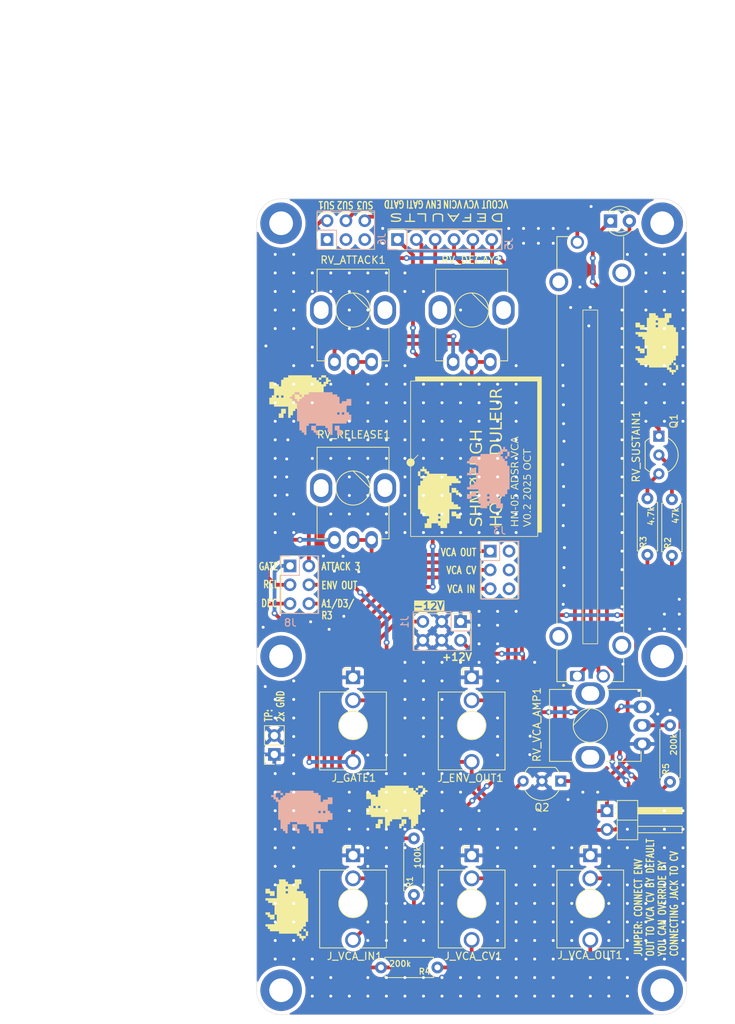
<source format=kicad_pcb>
(kicad_pcb (version 20241229) (generator "pcbnew") (generator_version "9.0")
  (layers (0 "F.Cu" signal) (2 "B.Cu" signal) (13 "F.Paste" user) (15 "B.Paste" user) (5 "F.SilkS" user "F.Silkscreen") (7 "B.SilkS" user "B.Silkscreen") (1 "F.Mask" user) (3 "B.Mask" user) (25 "Edge.Cuts" user))
  (net 0 "")
  (net 1 "Net-(D1-K)")
  (net 2 "+12V")
  (net 3 "GND")
  (net 4 "-12V")
  (net 5 "Net-(D1-A)")
  (net 6 "VCA_OUT")
  (net 9 "VCA_CV")
  (net 10 "VCA_IN")
  (net 12 "VCA_CV_DEFAULT")
  (net 13 "VCA_IN_DEFAULT")
  (net 14 "GATE_DEFAULT")
  (net 15 "ENV_OUT_DEFAULT")
  (net 16 "VCA_OUT_DEFAULT")
  (net 18 "SUSTAIN_3")
  (net 19 "SUSTAIN_1")
  (net 20 "SUSTAIN_2")
  (net 21 "GATE")
  (net 22 "ATTACK_3")
  (net 23 "ENV_OUT")
  (net 24 "A1_D3_R3")
  (net 25 "DECAY_1")
  (net 26 "RELEASE_1")
  (net 27 "Net-(J_VCA_IN1-PadT)")
  (net 30 "Net-(Q1-C)")
  (net 31 "Net-(Q1-B)")
  (net 32 "Net-(J_VCA_CV1-PadT)")
  (net 33 "Net-(R5-Pad2)")
  (footprint "MountingHole:MountingHole_3.2mm_M3_DIN965_Pad" (layer "F.Cu") (at 178.7 105.7)
    (property "Reference" "H6")
    (property "Value" "MountingHole")
  )
  (footprint "Shmoergh_Logo:Gyeszno" (layer "F.Cu") (at 142.909256 126.00032)
    (property "Reference" "G***" (hide yes))
    (property "Value" "LOGO" (hide yes))
  )
  (footprint "Shmoergh_Custom_Footprints:R_Axial_DIN0207_L6.3mm_D2.5mm_P7.62mm_Horizontal" (layer "F.Cu") (at 148.384 147.632 180)
    (property "Reference" "R4")
    (property "Value" "200k")
  )
  (footprint "Shmoergh_Custom_Footprints:Jack_3.5mm_QingPu_WQP-PJ398SM_Vertical_CircularHoles" (layer "F.Cu") (at 137 115)
    (property "Reference" "J_GATE1")
    (property "Value" "PJ398SM")
  )
  (footprint "Shmoergh_Custom_Footprints:Potentiometer_Bourns_Single-PTV09A" (layer "F.Cu") (at 153 59)
    (property "Reference" "RV_DECAY1")
    (property "Value" "A500k")
  )
  (footprint "Shmoergh_Custom_Footprints:R_Axial_DIN0207_L6.3mm_D2.5mm_P7.62mm_Horizontal" (layer "F.Cu") (at 180.007 92.133 90)
    (property "Reference" "R2")
    (property "Value" "47k")
  )
  (footprint "Connector_PinSocket_2.54mm:PinSocket_1x02_P2.54mm_Vertical" (layer "F.Cu") (at 126.388 118.91 180)
    (property "Reference" "J4")
    (property "Value" "Conn_01x02")
  )
  (footprint "Shmoergh_Logo:Gyeszno" (layer "F.Cu") (at 129.842 70.67)
    (property "Reference" "G***" (hide yes))
    (property "Value" "LOGO" (hide yes))
  )
  (footprint "Package_TO_SOT_THT:TO-92_Inline_Wide" (layer "F.Cu") (at 165.021 122.507 180)
    (property "Reference" "Q2")
    (property "Value" "2N3906")
  )
  (footprint "Shmoergh_Custom_Footprints:Jack_3.5mm_QingPu_WQP-PJ398SM_Vertical_CircularHoles" (layer "F.Cu") (at 153 139)
    (property "Reference" "J_VCA_CV1")
    (property "Value" "PJ398SM")
  )
  (footprint "Shmoergh_Logo:Gyeszno" (layer "F.Cu") (at 148.638 84.259 90)
    (property "Reference" "G***" (hide yes))
    (property "Value" "LOGO" (hide yes))
  )
  (footprint "Shmoergh_Custom_Footprints:R_Axial_DIN0207_L6.3mm_D2.5mm_P7.62mm_Horizontal" (layer "F.Cu") (at 145.209 137.853 90)
    (property "Reference" "R1")
    (property "Value" "100k")
  )
  (footprint "Shmoergh_Custom_Footprints:R_Axial_DIN0207_L6.3mm_D2.5mm_P7.62mm_Horizontal" (layer "F.Cu") (at 176.705 92.006 90)
    (property "Reference" "R3")
    (property "Value" "4.7k")
  )
  (footprint "MountingHole:MountingHole_3.2mm_M3_DIN965_Pad" (layer "F.Cu") (at 178.7 47.3)
    (property "Reference" "H2")
    (property "Value" "MountingHole")
  )
  (footprint "MountingHole:MountingHole_3.2mm_M3_DIN965_Pad" (layer "F.Cu") (at 178.7 150.7)
    (property "Reference" "H3")
    (property "Value" "MountingHole")
  )
  (footprint "Shmoergh_Custom_Footprints:Jack_3.5mm_QingPu_WQP-PJ398SM_Vertical_CircularHoles" (layer "F.Cu") (at 169 139)
    (property "Reference" "J_VCA_OUT1")
    (property "Value" "PJ398SM")
  )
  (footprint "Package_TO_SOT_THT:TO-92_Inline_Wide" (layer "F.Cu") (at 178.25 76.004 -90)
    (property "Reference" "Q1")
    (property "Value" "2N3904")
  )
  (footprint "Shmoergh_Custom_Footprints:Jack_3.5mm_QingPu_WQP-PJ398SM_Vertical_CircularHoles" (layer "F.Cu") (at 153 115)
    (property "Reference" "J_ENV_OUT1")
    (property "Value" "PJ398SM")
  )
  (footprint "LED_THT:LED_D3.0mm" (layer "F.Cu") (at 171.73 47)
    (property "Reference" "D1" (hide yes))
    (property "Value" "Red LED")
  )
  (footprint "Shmoergh_Custom_Footprints:R_Axial_DIN0207_L6.3mm_D2.5mm_P7.62mm_Horizontal" (layer "F.Cu") (at 179.753 122.613 90)
    (property "Reference" "R5")
    (property "Value" "200k")
  )
  (footprint "MountingHole:MountingHole_3.2mm_M3_DIN965_Pad" (layer "F.Cu") (at 127.3 47.3)
    (property "Reference" "H1")
    (property "Value" "MountingHole")
  )
  (footprint "Shmoergh_Custom_Footprints:Potentiometer_Bourns_Single-PTV09A" (layer "F.Cu") (at 137 59)
    (property "Reference" "RV_ATTACK1")
    (property "Value" "A500k")
  )
  (footprint "MountingHole:MountingHole_3.2mm_M3_DIN965_Pad" (layer "F.Cu") (at 127.3 150.7)
    (property "Reference" "H4")
    (property "Value" "MountingHole")
  )
  (footprint "Shmoergh_Logo:Gyeszno" (layer "F.Cu") (at 177.975 63.558 -90)
    (property "Reference" "G***" (hide yes))
    (property "Value" "LOGO" (hide yes))
  )
  (footprint "Shmoergh_Custom_Footprints:Potentiometer_Bourns_Single-PTV09A" (layer "F.Cu") (at 169 115 90)
    (property "Reference" "RV_VCA_AMP1")
    (property "Value" "100k")
  )
  (footprint "PTA4543-2015DPB103:TRIM_PTA4543-2015DPB103" (layer "F.Cu") (at 169 79.1 90)
    (property "Reference" "RV_SUSTAIN1")
    (property "Value" "10k")
  )
  (footprint "MountingHole:MountingHole_3.2mm_M3_DIN965_Pad" (layer "F.Cu") (at 127.3 105.7)
    (property "Reference" "H5")
    (property "Value" "MountingHole")
  )
  (footprint "Shmoergh_Custom_Footprints:Jack_3.5mm_QingPu_WQP-PJ398SM_Vertical_CircularHoles" (layer "F.Cu") (at 137 139)
    (property "Reference" "J_VCA_IN1")
    (property "Value" "PJ398SM")
  )
  (footprint "Shmoergh_Logo:Gyeszno" (layer "F.Cu") (at 128.064 139.885 -90)
    (property "Reference" "G***" (hide yes))
    (property "Value" "LOGO" (hide yes))
  )
  (footprint "Shmoergh_Custom_Footprints:Potentiometer_Bourns_Single-PTV09A" (layer "F.Cu") (at 137 83)
    (property "Reference" "RV_RELEASE1")
    (property "Value" "A500k")
  )
  (footprint "Connector_PinHeader_2.54mm:PinHeader_1x02_P2.54mm_Horizontal" (layer "F.Cu") (at 171.25 126.5)
    (property "Reference" "JP_DEFAULT_ENV_TO_VCA1")
    (property "Value" "Jumper_2_Open")
  )
  (footprint "Connector_PinSocket_2.54mm:PinSocket_2x03_P2.54mm_Vertical" (layer "B.Cu") (at 133.5 49.5 -90)
    (property "Reference" "J6")
    (property "Value" "Conn_02x03_Odd_Even")
  )
  (footprint "Shmoergh_Logo:Gyeszno" (layer "B.Cu") (at 132.636 72.956 180)
    (property "Reference" "G***" (hide yes))
    (property "Value" "LOGO" (hide yes))
  )
  (footprint "Connector_PinSocket_2.54mm:PinSocket_2x03_P2.54mm_Vertical" (layer "B.Cu") (at 151.5 101 90)
    (property "Reference" "J1")
    (property "Value" "Conn_02x03_Odd_Even")
  )
  (footprint "Shmoergh_Logo:Gyeszno" (layer "B.Cu") (at 130.096 126.677 180)
    (property "Reference" "G***" (hide yes))
    (property "Value" "LOGO" (hide yes))
  )
  (footprint "Shmoergh_Logo:Gyeszno" (layer "B.Cu") (at 155.242 81.592 90)
    (property "Reference" "G***" (hide yes))
    (property "Value" "LOGO" (hide yes))
  )
  (footprint "Connector_PinSocket_2.54mm:PinSocket_2x03_P2.54mm_Vertical" (layer "B.Cu") (at 155.5 91.5 180)
    (property "Reference" "J3")
    (property "Value" "Conn_02x03_Odd_Even")
  )
  (footprint "Connector_PinSocket_2.54mm:PinSocket_1x06_P2.54mm_Vertical" (layer "B.Cu") (at 143 49.5 -90)
    (property "Reference" "J5")
    (property "Value" "Conn_01x06")
  )
  (footprint "Connector_PinSocket_2.54mm:PinSocket_2x03_P2.54mm_Vertical" (layer "B.Cu") (at 128.5 93.5 180)
    (property "Reference" "J8")
    (property "Value" "Conn_02x03_Odd_Even")
  )
  (gr_rect (start 154.2895 90.228) (end 159.2425 97.975) (stroke (width 0.1)) (fill no) (layer "F.SilkS"))
  (gr_rect (start 145.209 99.9435) (end 152.956 104.8965) (stroke (width 0.1)) (fill no) (layer "F.SilkS"))
  (gr_rect (start 161.9095 68.513) (end 162.4005 88.956) (stroke (width 0.1)) (fill yes) (layer "F.SilkS"))
  (gr_line (start 145.7645 78.552) (end 144.7645 79.552) (stroke (width 0.1)) (layer "F.SilkS"))
  (gr_rect (start 127.302 92.133) (end 132.255 99.88) (stroke (width 0.1)) (fill no) (layer "F.SilkS"))
  (gr_rect (start 145.4245 68.013) (end 162.4005 68.513) (stroke (width 0.1)) (fill yes) (layer "F.SilkS"))
  (gr_rect (start 132.128 45.8415) (end 139.875 50.7945) (stroke (width 0.1)) (fill no) (layer "F.SilkS"))
  (gr_rect (start 168 59) (end 170 104) (stroke (width 0.1)) (fill no) (layer "F.SilkS"))
  (gr_rect (start 144.7645 68.5745) (end 161.9095 89.5295) (stroke (width 0.1)) (fill no) (layer "F.SilkS"))
  (gr_rect (start 141.7165 48.064) (end 157.0835 50.858) (stroke (width 0.1)) (fill no) (layer "F.SilkS"))
  (gr_circle (center 144.7645 79.552) (end 144.2645 79.552) (stroke (width 0.1)) (fill yes) (layer "F.SilkS"))
  (gr_line (start 178.7 154) (end 127.3 154) (stroke (width 0.05)) (layer "Edge.Cuts"))
  (gr_arc (start 182 150.7) (mid 181.033452 153.033452) (end 178.7 154) (stroke (width 0.05)) (layer "Edge.Cuts"))
  (gr_line (start 182 47.3) (end 182 150.7) (stroke (width 0.05)) (layer "Edge.Cuts"))
  (gr_line (start 127.3 44) (end 178.7 44) (stroke (width 0.05)) (layer "Edge.Cuts"))
  (gr_line (start 124 150.7) (end 124 47.3) (stroke (width 0.05)) (layer "Edge.Cuts"))
  (gr_arc (start 124 47.3) (mid 124.966548 44.966548) (end 127.3 44) (stroke (width 0.05)) (layer "Edge.Cuts"))
  (gr_arc (start 127.3 154) (mid 124.966548 153.033452) (end 124 150.7) (stroke (width 0.05)) (layer "Edge.Cuts"))
  (gr_arc (start 178.7 44) (mid 181.033452 44.966548) (end 182 47.3) (stroke (width 0.05)) (layer "Edge.Cuts"))
  (gr_text "SHMØERGH \nHOG MODULEUR" (at 157.3375 88.2595 90) (layer "F.SilkS") (effects (font (size 1.6 1.6) (thickness 0.1)) (justify left bottom)))
  (gr_text "ATTACK 3" (at 132.636 94.165 0) (layer "F.SilkS") (effects (font (size 1 0.75) (thickness 0.17) (bold yes)) (justify left bottom)))
  (gr_text "VCA CV" (at 153.718 94.673 0) (layer "F.SilkS") (effects (font (size 1 0.75) (thickness 0.17) (bold yes)) (justify right bottom)))
  (gr_text "DEFAULTS" (at 149.654 45.905 180) (layer "F.SilkS") (effects (font (size 1 2.2) (thickness 0.17) (bold yes)) (justify bottom)))
  (gr_text "VCA OUT" (at 153.718 92.26 0) (layer "F.SilkS") (effects (font (size 1 0.75) (thickness 0.17) (bold yes)) (justify right bottom)))
  (gr_text "-12V" (at 145.082 99.499 0) (layer "F.SilkS" knockout) (effects (font (size 1 1) (thickness 0.2) (bold yes)) (justify left bottom)))
  (gr_text "REL" (at 127.048 96.578 0) (layer "F.SilkS") (effects (font (size 1 0.75) (thickness 0.17) (bold yes)) (justify right bottom)))
  (gr_text "SU1" (at 133.398 44.254 180) (layer "F.SilkS") (effects (font (size 1 0.75) (thickness 0.17) (bold yes)) (justify bottom)))
  (gr_text "ENV" (at 147.876 44.127 180) (layer "F.SilkS") (effects (font (size 1 0.75) (thickness 0.17) (bold yes)) (justify bottom)))
  (gr_text "GATD" (at 142.542 44.127 180) (layer "F.SilkS") (effects (font (size 1 0.75) (thickness 0.17) (bold yes)) (justify bottom)))
  (gr_text "TP:\n2x GND" (at 127.81 114.612 90) (layer "F.SilkS") (effects (font (size 1 0.75) (thickness 0.17) (bold yes)) (justify left bottom)))
  (gr_text "SU2" (at 135.938 44.254 180) (layer "F.SilkS") (effects (font (size 1 0.75) (thickness 0.17) (bold yes)) (justify bottom)))
  (gr_text "+12V" (at 148.892 106.357 0) (layer "F.SilkS") (effects (font (size 1 1) (thickness 0.2) (bold yes)) (justify left bottom)))
  (gr_text "GATI" (at 145.336 44.127 180) (layer "F.SilkS") (effects (font (size 1 0.75) (thickness 0.17) (bold yes)) (justify bottom)))
  (gr_text "JUMPER: CONNECT ENV\nOUT TO VCA CV BY DEFAULT\nYOU CAN OVERRIDE BY\nCONNECTING JACK TO CV" (at 180.896 146.235 90) (layer "F.SilkS") (effects (font (size 1 0.75) (thickness 0.17) (bold yes)) (justify left bottom)))
  (gr_text "ENV OUT" (at 132.636 96.705 0) (layer "F.SilkS") (effects (font (size 1 0.75) (thickness 0.17) (bold yes)) (justify left bottom)))
  (gr_text "DEC" (at 126.921 99.118 0) (layer "F.SilkS") (effects (font (size 1 0.75) (thickness 0.17) (bold yes)) (justify right bottom)))
  (gr_text "SU3" (at 138.605 44.254 180) (layer "F.SilkS") (effects (font (size 1 0.75) (thickness 0.17) (bold yes)) (justify bottom)))
  (gr_text "VCA IN" (at 153.591 97.213 0) (layer "F.SilkS") (effects (font (size 1 0.75) (thickness 0.17) (bold yes)) (justify right bottom)))
  (gr_text "A1/D3/\nR3" (at 132.636 100.769 0) (layer "F.SilkS") (effects (font (size 1 0.75) (thickness 0.17) (bold yes)) (justify left bottom)))
  (gr_text "VCOUT" (at 156.131 44.127 180) (layer "F.SilkS") (effects (font (size 1 0.75) (thickness 0.17) (bold yes)) (justify bottom)))
  (gr_text "GATE" (at 127.048 94.165 0) (layer "F.SilkS") (effects (font (size 1 0.75) (thickness 0.17) (bold yes)) (justify right bottom)))
  (gr_text "VCIN" (at 150.416 44.127 180) (layer "F.SilkS") (effects (font (size 1 0.75) (thickness 0.17) (bold yes)) (justify bottom)))
  (gr_text "HM-05 ADSR VCA\nV0.2 2025 OCT" (at 161.1475 88.2595 90) (layer "F.SilkS") (effects (font (size 1 1) (thickness 0.1)) (justify left bottom)))
  (gr_text "VCV" (at 152.956 44.127 180) (layer "F.SilkS") (effects (font (size 1 0.75) (thickness 0.17) (bold yes)) (justify bottom)))
  (segment (start 170.482 48.248) (end 171.73 47) (width 0.508) (layer "F.Cu") (net 1))
  (segment (start 174.038 119.438) (end 174.038 109.532) (width 0.508) (layer "F.Cu") (net 1))
  (segment (start 170.969 122.507) (end 174.038 119.438) (width 0.508) (layer "F.Cu") (net 1))
  (segment (start 174.038 109.532) (end 171.244 106.738) (width 0.508) (layer "F.Cu") (net 1))
  (segment (start 171.244 106.738) (end 171.244 55.811) (width 0.508) (layer "F.Cu") (net 1))
  (segment (start 165.021 122.507) (end 170.969 122.507) (width 0.508) (layer "F.Cu") (net 1))
  (segment (start 171.244 55.811) (end 170.482 55.049) (width 0.508) (layer "F.Cu") (net 1))
  (segment (start 170.482 55.049) (end 170.482 48.248) (width 0.508) (layer "F.Cu") (net 1))
  (segment (start 153.301 105.341) (end 157.055 105.341) (width 0.508) (layer "F.Cu") (net 2))
  (segment (start 166.418 113.215) (end 172.422 113.215) (width 0.508) (layer "F.Cu") (net 2))
  (segment (start 163.116 100.769) (end 163.751 100.134) (width 0.508) (layer "F.Cu") (net 2))
  (segment (start 159.779 105.341) (end 159.779 104.106) (width 0.508) (layer "F.Cu") (net 2))
  (segment (start 176.705 97.594) (end 176.705 92.006) (width 0.508) (layer "F.Cu") (net 2))
  (segment (start 161.846 113.215) (end 163.405 113.215) (width 0.508) (layer "F.Cu") (net 2))
  (segment (start 163.751 100.134) (end 165.783 100.134) (width 0.508) (layer "F.Cu") (net 2))
  (segment (start 159.941 111.31) (end 161.846 113.215) (width 0.508) (layer "F.Cu") (net 2))
  (segment (start 159.941 105.503) (end 159.941 111.31) (width 0.508) (layer "F.Cu") (net 2))
  (segment (start 172.641 100.134) (end 174.165 100.134) (width 0.508) (layer "F.Cu") (net 2))
  (segment (start 159.779 104.106) (end 163.116 100.769) (width 0.508) (layer "F.Cu") (net 2))
  (segment (start 159.779 105.341) (end 159.941 105.503) (width 0.508) (layer "F.Cu") (net 2))
  (segment (start 151.5 103.54) (end 153.301 105.341) (width 0.508) (layer "F.Cu") (net 2))
  (segment (start 172.422 113.215) (end 173.184 112.453) (width 0.508) (layer "F.Cu") (net 2))
  (segment (start 174.165 100.134) (end 176.705 97.594) (width 0.508) (layer "F.Cu") (net 2))
  (via (at 157.055 105.341) (size 0.8) (drill 0.4) (layers "F.Cu" "B.Cu") (net 2))
  (via (at 166.418 113.215) (size 0.8) (drill 0.4) (layers "F.Cu" "B.Cu") (net 2))
  (via (at 163.405 113.215) (size 0.8) (drill 0.4) (layers "F.Cu" "B.Cu") (net 2))
  (via (at 165.783 100.134) (size 0.8) (drill 0.4) (layers "F.Cu" "B.Cu") (net 2))
  (via (at 159.779 105.341) (size 0.8) (drill 0.4) (layers "F.Cu" "B.Cu") (net 2))
  (via (at 173.184 112.453) (size 0.8) (drill 0.4) (layers "F.Cu" "B.Cu") (net 2))
  (via (at 172.641 100.134) (size 0.8) (drill 0.4) (layers "F.Cu" "B.Cu") (net 2))
  (segment (start 163.405 113.215) (end 166.418 113.215) (width 0.508) (layer "B.Cu") (net 2))
  (segment (start 165.783 100.134) (end 172.641 100.134) (width 0.508) (layer "B.Cu") (net 2))
  (segment (start 157.055 105.341) (end 159.779 105.341) (width 0.508) (layer "B.Cu") (net 2))
  (segment (start 173.184 112.453) (end 175.953 112.453) (width 0.508) (layer "B.Cu") (net 2))
  (segment (start 175.953 112.453) (end 176 112.5) (width 0.508) (layer "B.Cu") (net 2))
  (via (at 181.5 144) (size 0.8) (drill 0.4) (layers "F.Cu" "B.Cu") (net 3))
  (via (at 154 151.5) (size 0.8) (drill 0.4) (layers "F.Cu" "B.Cu") (net 3))
  (via (at 144 124) (size 0.8) (drill 0.4) (layers "F.Cu" "B.Cu") (net 3))
  (via (at 131.5 71.5) (size 0.8) (drill 0.4) (layers "F.Cu" "B.Cu") (net 3))
  (via (at 126.5 86.5) (size 0.8) (drill 0.4) (layers "F.Cu" "B.Cu") (net 3))
  (via (at 181.5 59) (size 0.8) (drill 0.4) (layers "F.Cu" "B.Cu") (net 3))
  (via (at 151.5 86.5) (size 0.8) (drill 0.4) (layers "F.Cu" "B.Cu") (net 3))
  (via (at 154 129) (size 0.8) (drill 0.4) (layers "F.Cu" "B.Cu") (net 3))
  (via (at 171.5 131.5) (size 0.8) (drill 0.4) (layers "F.Cu" "B.Cu") (net 3))
  (via (at 129 116.5) (size 0.8) (drill 0.4) (layers "F.Cu" "B.Cu") (net 3))
  (via (at 126.5 76.5) (size 0.8) (drill 0.4) (layers "F.Cu" "B.Cu") (net 3))
  (via (at 131.5 69) (size 0.8) (drill 0.4) (layers "F.Cu" "B.Cu") (net 3))
  (via (at 129 86.5) (size 0.8) (drill 0.4) (layers "F.Cu" "B.Cu") (net 3))
  (via (at 144 79) (size 0.8) (drill 0.4) (layers "F.Cu" "B.Cu") (net 3))
  (via (at 179 102) (size 0.8) (drill 0.4) (layers "F.Cu" "B.Cu") (net 3))
  (via (at 146.5 74) (size 0.8) (drill 0.4) (layers "F.Cu" "B.Cu") (net 3))
  (via (at 154 101.5) (size 0.8) (drill 0.4) (layers "F.Cu" "B.Cu") (net 3))
  (via (at 134 149) (size 0.8) (drill 0.4) (layers "F.Cu" "B.Cu") (net 3))
  (via (at 173.276 79) (size 0.8) (drill 0.4) (layers "F.Cu" "B.Cu") (net 3))
  (via (at 128.052349 81.499999) (size 0.8) (drill 0.4) (layers "F.Cu" "B.Cu") (net 3))
  (via (at 146.5 109) (size 0.8) (drill 0.4) (layers "F.Cu" "B.Cu") (net 3))
  (via (at 179 51.5) (size 0.8) (drill 0.4) (layers "F.Cu" "B.Cu") (net 3))
  (via (at 161.5 146.5) (size 0.8) (drill 0.4) (layers "F.Cu" "B.Cu") (net 3))
  (via (at 171.5 144) (size 0.8) (drill 0.4) (layers "F.Cu" "B.Cu") (net 3))
  (via (at 141 48) (size 0.8) (drill 0.4) (layers "F.Cu" "B.Cu") (net 3))
  (via (at 126.5 139) (size 0.8) (drill 0.4) (layers "F.Cu" "B.Cu") (net 3))
  (via (at 129 51.5) (size 0.8) (drill 0.4) (layers "F.Cu" "B.Cu") (net 3))
  (via (at 166.5 151.5) (size 0.8) (drill 0.4) (layers "F.Cu" "B.Cu") (net 3))
  (via (at 156.5 104) (size 0.8) (drill 0.4) (layers "F.Cu" "B.Cu") (net 3))
  (via (at 179 131.5) (size 0.8) (drill 0.4) (layers "F.Cu" "B.Cu") (net 3))
  (via (at 164 134) (size 0.8) (drill 0.4) (layers "F.Cu" "B.Cu") (net 3))
  (via (at 179 74) (size 0.8) (drill 0.4) (layers "F.Cu" "B.Cu") (net 3))
  (via (at 181 100) (size 0.8) (drill 0.4) (layers "F.Cu" "B.Cu") (net 3))
  (via (at 146.5 114) (size 0.8) (drill 0.4) (layers "F.Cu" "B.Cu") (net 3))
  (via (at 151.5 106.5) (size 0.8) (drill 0.4) (layers "F.Cu" "B.Cu") (net 3))
  (via (at 126.5 54) (size 0.8) (drill 0.4) (layers "F.Cu" "B.Cu") (net 3))
  (via (at 136.5 84) (size 0.8) (drill 0.4) (layers "F.Cu" "B.Cu") (net 3))
  (via (at 159 139) (size 0.8) (drill 0.4) (layers "F.Cu" "B.Cu") (net 3))
  (via (at 154 69) (size 0.8) (drill 0.4) (layers "F.Cu" "B.Cu") (net 3))
  (via (at 146.5 144) (size 0.8) (drill 0.4) (layers "F.Cu" "B.Cu") (net 3))
  (via (at 134 56.5) (size 0.8) (drill 0.4) (layers "F.Cu" "B.Cu") (net 3))
  (via (at 146.5 121.5) (size 0.8) (drill 0.4) (layers "F.Cu" "B.Cu") (net 3))
  (via (at 149 136.5) (size 0.8) (drill 0.4) (layers "F.Cu" "B.Cu") (net 3))
  (via (at 149 134) (size 0.8) (drill 0.4) (layers "F.Cu" "B.Cu") (net 3))
  (via (at 126.5 136.5) (size 0.8) (drill 0.4) (layers "F.Cu" "B.Cu") (net 3))
  (via (at 159 131.5) (size 0.8) (drill 0.4) (layers "F.Cu" "B.Cu") (net 3))
  (via (at 161.5 149) (size 0.8) (drill 0.4) (layers "F.Cu" "B.Cu") (net 3))
  (via (at 146.5 89) (size 0.8) (drill 0.4) (layers "F.Cu" "B.Cu") (net 3))
  (via (at 126.5 114) (size 0.8) (drill 0.4) (layers "F.Cu" "B.Cu") (net 3))
  (via (at 156.5 89) (size 0.8) (drill 0.4) (layers "F.Cu" "B.Cu") (net 3))
  (via (at 159 69) (size 0.8) (drill 0.4) (layers "F.Cu" "B.Cu") (net 3))
  (via (at 179 139) (size 0.8) (drill 0.4) (layers "F.Cu" "B.Cu") (net 3))
  (via (at 159 151.5) (size 0.8) (drill 0.4) (layers "F.Cu" "B.Cu") (net 3))
  (via (at 132.996194 92.168054) (size 0.8) (drill 0.4) (layers "F.Cu" "B.Cu") (net 3))
  (via (at 159 149) (size 0.8) (drill 0.4) (layers "F.Cu" "B.Cu") (net 3))
  (via (at 176.5 139) (size 0.8) (drill 0.4) (layers "F.Cu" "B.Cu") (net 3))
  (via (at 136.5 124) (size 0.8) (drill 0.4) (layers "F.Cu" "B.Cu") (net 3))
  (via (at 181.5 51.5) (size 0.8) (drill 0.4) (layers "F.Cu" "B.Cu") (net 3))
  (via (at 141.5 144) (size 0.8) (drill 0.4) (layers "F.Cu" "B.Cu") (net 3))
  (via (at 141.5 121.5) (size 0.8) (drill 0.4) (layers "F.Cu" "B.Cu") (net 3))
  (via (at 166.5 131.5) (size 0.8) (drill 0.4) (layers "F.Cu" "B.Cu") (net 3))
  (via (at 181.5 61.5) (size 0.8) (drill 0.4) (layers "F.Cu" "B.Cu") (net 3))
  (via (at 139 121.5) (size 0.8) (drill 0.4) (layers "F.Cu" "B.Cu") (net 3))
  (via (at 151.5 74) (size 0.8) (drill 0.4) (layers "F.Cu" "B.Cu") (net 3))
  (via (at 149 151.5) (size 0.8) (drill 0.4) (layers "F.Cu" "B.Cu") (net 3))
  (via (at 176.5 61.5) (size 0.8) (drill 0.4) (layers "F.Cu" "B.Cu") (net 3))
  (via (at 129 131.5) (size 0.8) (drill 0.4) (layers "F.Cu" "B.Cu") (net 3))
  (via (at 161.5 129) (size 0.8) (drill 0.4) (layers "F.Cu" "B.Cu") (net 3))
  (via (at 126.5 144) (size 0.8) (drill 0.4) (layers "F.Cu" "B.Cu") (net 3))
  (via (at 146.5 106.5) (size 0.8) (drill 0.4) (layers "F.Cu" "B.Cu") (net 3))
  (via (at 181.5 146.5) (size 0.8) (drill 0.4) (layers "F.Cu" "B.Cu") (net 3))
  (via (at 156.5 119) (size 0.8) (drill 0.4) (layers "F.Cu" "B.Cu") (net 3))
  (via (at 171.5 141.5) (size 0.8) (drill 0.4) (layers "F.Cu" "B.Cu") (net 3))
  (via (at 165.509863 91.032663) (size 0.8) (drill 0.4) (layers "F.Cu" "B.Cu") (net 3))
  (via (at 156.5 149) (size 0.8) (drill 0.4) (layers "F.Cu" "B.Cu") (net 3))
  (via (at 173.276 59) (size 0.8) (drill 0.4) (layers "F.Cu" "B.Cu") (net 3))
  (via (at 129 66.5) (size 0.8) (drill 0.4) (layers "F.Cu" "B.Cu") (net 3))
  (via (at 139 129) (size 0.8) (drill 0.4) (layers "F.Cu" "B.Cu") (net 3))
  (via (at 144 111.5) (size 0.8) (drill 0.4) (layers "F.Cu" "B.Cu") (net 3))
  (via (at 179 136.5) (size 0.8) (drill 0.4) (layers "F.Cu" "B.Cu") (net 3))
  (via (at 141.5 124) (size 0.8) (drill 0.4) (layers "F.Cu" "B.Cu") (net 3))
  (via (at 174 129) (size 0.8) (drill 0.4) (layers "F.Cu" "B.Cu") (net 3))
  (via (at 149 149) (size 0.8) (drill 0.4) (layers "F.Cu" "B.Cu") (net 3))
  (via (at 173.276 96.5) (size 0.8) (drill 0.4) (layers "F.Cu" "B.Cu") (net 3))
  (via (at 166.5 139) (size 0.8) (drill 0.4) (layers "F.Cu" "B.Cu") (net 3))
  (via (at 131.5 146.5) (size 0.8) (drill 0.4) (layers "F.Cu" "B.Cu") (net 3))
  (via (at 139 124) (size 0.8) (drill 0.4) (layers "F.Cu" "B.Cu") (net 3))
  (via (at 181 102) (size 0.8) (drill 0.4) (layers "F.Cu" "B.Cu") (net 3))
  (via (at 129 124) (size 0.8) (drill 0.4) (layers "F.Cu" "B.Cu") (net 3))
  (via (at 149 89) (size 0.8) (drill 0.4) (layers "F.Cu" "B.Cu") (net 3))
  (via (at 144 81.5) (size 0.8) (drill 0.4) (layers "F.Cu" "B.Cu") (net 3))
  (via (at 149 131.5) (size 0.8) (drill 0.4) (layers "F.Cu" "B.Cu") (net 3))
  (via (at 131.5 149) (size 0.8) (drill 0.4) (layers "F.Cu" "B.Cu") (net 3))
  (via (at 164 136.5) (size 0.8) (drill 0.4) (layers "F.Cu" "B.Cu") (net 3))
  (via (at 171.5 134) (size 0.8) (drill 0.4) (layers "F.Cu" "B.Cu") (net 3))
  (via (at 181.5 126.5) (size 0.8) (drill 0.4) (layers "F.Cu" "B.Cu") (net 3))
  (via (at 146.5 141.5) (size 0.8) (drill 0.4) (layers "F.Cu" "B.Cu") (net 3))
  (via (at 156.5 114) (size 0.8) (drill 0.4) (layers "F.Cu" "B.Cu") (net 3))
  (via (at 159 99.626) (size 0.8) (drill 0.4) (layers "F.Cu" "B.Cu") (net 3))
  (via (at 179 61.5) (size 0.8) (drill 0.4) (layers "F.Cu" "B.Cu") (net 3))
  (via (at 144 131.5) (size 0.8) (drill 0.4) (layers "F.Cu" "B.Cu") (net 3))
  (via (at 176.5 51.5) (size 0.8) (drill 0.4) (layers "F.Cu" "B.Cu") (net 3))
  (via (at 156.5 99.626) (size 0.8) (drill 0.4) (layers "F.Cu" "B.Cu") (net 3))
  (via (at 149 79) (size 0.8) (drill 0.4) (layers "F.Cu" "B.Cu") (net 3))
  (via (at 144 139) (size 0.8) (drill 0.4) (layers "F.Cu" "B.Cu") (net 3))
  (via (at 136.5 126.5) (size 0.8) (drill 0.4) (layers "F.Cu" "B.Cu") (net 3))
  (via (at 181.5 139) (size 0.8) (drill 0.4) (layers "F.Cu" "B.Cu") (net 3))
  (via (at 173.276 64) (size 0.8) (drill 0.4) (layers "F.Cu" "B.Cu") (net 3))
  (via (at 173.276 74) (size 0.8) (drill 0.4) (layers "F.Cu" "B.Cu") (net 3))
  (via (at 144 151.5) (size 0.8) (drill 0.4) (layers "F.Cu" "B.Cu") (net 3))
  (via (at 170 124) (size 0.8) (drill 0.4) (layers "F.Cu" "B.Cu") (net 3))
  (via (at 169 149) (size 0.8) (drill 0.4) (layers "F.Cu" "B.Cu") (net 3))
  (via (at 146.5 129) (size 0.8) (drill 0.4) (layers "F.Cu" "B.Cu") (net 3))
  (via (at 139 84) (size 0.8) (drill 0.4) (layers "F.Cu" "B.Cu") (net 3))
  (via (at 146.5 79) (size 0.8) (drill 0.4) (layers "F.Cu" "B.Cu") (net 3))
  (via (at 125.157438 109.757898) (size 0.8) (drill 0.4) (layers "F.Cu" "B.Cu") (net 3))
  (via (at 126.5 81.5) (size 0.8) (drill 0.4) (layers "F.Cu" "B.Cu") (net 3))
  (via (at 164 151.5) (size 0.8) (drill 0.4) (layers "F.Cu" "B.Cu") (net 3))
  (via (at 141.5 66.5) (size 0.8) (drill 0.4) (layers "F.Cu" "B.Cu") (net 3))
  (via (at 144 141.5) (size 0.8) (drill 0.4) (layers "F.Cu" "B.Cu") (net 3))
  (via (at 126.5 131.5) (size 0.8) (drill 0.4) (layers "F.Cu" "B.Cu") (net 3))
  (via (at 141 50) (size 0.8) (drill 0.4) (layers "F.Cu" "B.Cu") (net 3))
  (via (at 166 125) (size 0.8) (drill 0.4) (layers "F.Cu" "B.Cu") (net 3))
  (via (at 126.5 51.5) (size 0.8) (drill 0.4) (layers "F.Cu" "B.Cu") (net 3))
  (via (at 149 114) (size 0.8) (drill 0.4) (layers "F.Cu" "B.Cu") (net 3))
  (via (at 176.5 69) (size 0.8) (drill 0.4) (layers "F.Cu" "B.Cu") (net 3))
  (via (at 146.5 134) (size 0.8) (drill 0.4) (layers "F.Cu" "B.Cu") (net 3))
  (via (at 166.5 144) (size 0.8) (drill 0.4) (layers "F.Cu" "B.Cu") (net 3))
  (via (at 156.5 139) (size 0.8) (drill 0.4) (layers "F.Cu" "B.Cu") (net 3))
  (via (at 181.5 74) (size 0.8) (drill 0.4) (layers "F.Cu" "B.Cu") (net 3))
  (via (at 161.5 144) (size 0.8) (drill 0.4) (layers "F.Cu" "B.Cu") (net 3))
  (via (at 131.5 79) (size 0.8) (drill 0.4) (layers "F.Cu" "B.Cu") (net 3))
  (via (at 159 86.5) (size 0.8) (drill 0.4) (layers "F.Cu" "B.Cu") (net 3))
  (via (at 181.5 71.5) (size 0.8) (drill 0.4) (layers "F.Cu" "B.Cu") (net 3))
  (via (at 126.5 79) (size 0.8) (drill 0.4) (layers "F.Cu" "B.Cu") (net 3))
  (via (at 149 84) (size 0.8) (drill 0.4) (layers "F.Cu" "B.Cu") (net 3))
  (via (at 160.844097 118.942948) (size 0.8) (drill 0.4) (layers "F.Cu" "B.Cu") (net 3))
  (via (at 154 126.5) (size 0.8) (drill 0.4) (layers "F.Cu" "B.Cu") (net 3))
  (via (at 144 106.5) (size 0.8) (drill 0.4) (layers "F.Cu" "B.Cu") (net 3))
  (via (at 144 74) (size 0.8) (drill 0.4) (layers "F.Cu" "B.Cu") (net 3))
  (via (at 181.5 136.5) (size 0.8) (drill 0.4) (layers "F.Cu" "B.Cu") (net 3))
  (via (at 166 48) (size 0.8) (drill 0.4) (layers "F.Cu" "B.Cu") (net 3))
  (via (at 141.5 71.5) (size 0.8) (drill 0.4) (layers "F.Cu" "B.Cu") (net 3))
  (via (at 144 86.5) (size 0.8) (drill 0.4) (layers "F.Cu" "B.Cu") (net 3))
  (via (at 154 86.5) (size 0.8) (drill 0.4) (layers "F.Cu" "B.Cu") (net 3))
  (via (at 181.5 56.5) (size 0.8) (drill 0.4) (layers "F.Cu" "B.Cu") (net 3))
  (via (at 179.753 112.961) (size 0.8) (drill 0.4) (layers "F.Cu" "B.Cu") (net 3))
  (via (at 146.5 81.5) (size 0.8) (drill 0.4) (layers "F.Cu" "B.Cu") (net 3))
  (via (at 144 54) (size 0.8) (drill 0.4) (layers "F.Cu" "B.Cu") (net 3))
  (via (at 156.5 129) (size 0.8) (drill 0.4) (layers "F.Cu" "B.Cu") (net 3))
  (via (at 151.5 151.5) (size 0.8) (drill 0.4) (layers "F.Cu" "B.Cu") (net 3))
  (via (at 156.5 134) (size 0.8) (drill 0.4) (layers "F.Cu" "B.Cu") (net 3))
  (via (at 179 100) (size 0.8) (drill 0.4) (layers "F.Cu" "B.Cu") (net 3))
  (via (at 126.5 124) (size 0.8) (drill 0.4) (layers "F.Cu" "B.Cu") (net 3))
  (via (at 181.5 141.5) (size 0.8) (drill 0.4) (layers "F.Cu" "B.Cu") (net 3))
  (via (at 144 84) (size 0.8) (drill 0.4) (layers "F.Cu" "B.Cu") (net 3))
  (via (at 159 76.5) (size 0.8) (drill 0.4) (layers "F.Cu" "B.Cu") (net 3))
  (via (at 131.5 66.5) (size 0.8) (drill 0.4) (layers "F.Cu" "B.Cu") (net 3))
  (via (at 159 81.5) (size 0.8) (drill 0.4) (layers "F.Cu" "B.Cu") (net 3))
  (via (at 129 56.5) (size 0.8) (drill 0.4) (layers "F.Cu" "B.Cu") (net 3))
  (via (at 174 144) (size 0.8) (drill 0.4) (layers "F.Cu" "B.Cu") (net 3))
  (via (at 129 139) (size 0.8) (drill 0.4) (layers "F.Cu" "B.Cu") (net 3))
  (via (at 165.454913 76.690535) (size 0.8) (drill 0.4) (layers "F.Cu" "B.Cu") (net 3))
  (via (at 165.290061 79.822724) (size 0.8) (drill 0.4) (layers "F.Cu" "B.Cu") (net 3))
  (via (at 149 111.5) (size 0.8) (drill 0.4) (layers "F.Cu" "B.Cu") (net 3))
  (via (at 126.5 89) (size 0.8) (drill 0.4) (layers "F.Cu" "B.Cu") (net 3))
  (via (at 149 121.5) (size 0.8) (drill 0.4) (layers "F.Cu" "B.Cu") (net 3))
  (via (at 139 119) (size 0.8) (drill 0.4) (layers "F.Cu" "B.Cu") (net 3))
  (via (at 176.5 74) (size 0.8) (drill 0.4) (layers "F.Cu" "B.Cu") (net 3))
  (via (at 139 86.5) (size 0.8) (drill 0.4) (layers "F.Cu" "B.Cu") (net 3))
  (via (at 129 119) (size 0.8) (drill 0.4) (layers "F.Cu" "B.Cu") (net 3))
  (via (at 146.5 116.5) (size 0.8) (drill 0.4) (layers "F.Cu" "B.Cu") (net 3))
  (via (at 181.5 131.5) (size 0.8) (drill 0.4) (layers "F.Cu" "B.Cu") (net 3))
  (via (at 141.5 86.5) (size 0.8) (drill 0.4) (layers "F.Cu" "B.Cu") (net 3))
  (via (at 146.5 124) (size 0.8) (drill 0.4) (layers "F.Cu" "B.Cu") (net 3))
  (via (at 134.476807 94.200761) (size 0.8) (drill 0.4) (layers "F.Cu" "B.Cu") (net 3))
  (via (at 129 111.5) (size 0.8) (drill 0.4) (layers "F.Cu" "B.Cu") (net 3))
  (via (at 129 136.5) (size 0.8) (drill 0.4) (layers "F.Cu" "B.Cu") (net 3))
  (via (at 158 50) (size 0.8) (drill 0.4) (layers "F.Cu" "B.Cu") (net 3))
  (via (at 139 59) (size 0.8) (drill 0.4) (layers "F.Cu" "B.Cu") (net 3))
  (via (at 141.5 129) (size 0.8) (drill 0.4) (layers "F.Cu" "B.Cu") (net 3))
  (via (at 174 146.5) (size 0.8) (drill 0.4) (layers "F.Cu" "B.Cu") (net 3))
  (via (at 156.5 81.5) (size 0.8) (drill 0.4) (layers "F.Cu" "B.Cu") (net 3))
  (via (at 149 124) (size 0.8) (drill 0.4) (layers "F.Cu" "B.Cu") (net 3))
  (via (at 144 56.5) (size 0.8) (drill 0.4) (layers "F.Cu" "B.Cu") (net 3))
  (via (at 126.5 126.5) (size 0.8) (drill 0.4) (layers "F.Cu" "B.Cu") (net 3))
  (via (at 134 151.5) (size 0.8) (drill 0.4) (layers "F.Cu" "B.Cu") (net 3))
  (via (at 139 76.5) (size 0.8) (drill 0.4) (layers "F.Cu" "B.Cu") (net 3))
  (via (at 173.276 61.5) (size 0.8) (drill 0.4) (layers "F.Cu" "B.Cu") (net 3))
  (via (at 136.5 74) (size 0.8) (drill 0.4) (layers "F.Cu" "B.Cu") (net 3))
  (via (at 144 129) (size 0.8) (drill 0.4) (layers "F.Cu" "B.Cu") (net 3))
  (via (at 156.5 109) (size 0.8) (drill 0.4) (layers "F.Cu" "B.Cu") (net 3))
  (via (at 141.5 134) (size 0.8) (drill 0.4) (layers "F.Cu" "B.Cu") (net 3))
  (via (at 154 106.5) (size 0.8) (drill 0.4) (layers "F.Cu" "B.Cu") (net 3))
  (via (at 164 144) (size 0.8) (drill 0.4) (layers "F.Cu" "B.Cu") (net 3))
  (via (at 151.5 79) (size 0.8) (drill 0.4) (layers "F.Cu" "B.Cu") (net 3))
  (via (at 141.5 76.5) (size 0.8) (drill 0.4) (layers "F.Cu" "B.Cu") (net 3))
  (via (at 131.5 56.5) (size 0.8) (drill 0.4) (layers "F.Cu" "B.Cu") (net 3))
  (via (at 168.805101 61.136006) (size 0.8) (drill 0.4) (layers "F.Cu" "B.Cu") (net 3))
  (via (at 141.5 149) (size 0.8) (drill 0.4) (layers "F.Cu" "B.Cu") (net 3))
  (via (at 154 149) (size 0.8) (drill 0.4) (layers "F.Cu" "B.Cu") (net 3))
  (via (at 139 126.5) (size 0.8) (drill 0.4) (layers "F.Cu" "B.Cu") (net 3))
  (via (at 178.102 113.469) (size 0.8) (drill 0.4) (layers "F.Cu" "B.Cu") (net 3))
  (via (at 126.5 69) (size 0.8) (drill 0.4) (layers "F.Cu" "B.Cu") (net 3))
  (via (at 166.5 141.5) (size 0.8) (drill 0.4) (layers "F.Cu" "B.Cu") (net 3))
  (via (at 154 71.5) (size 0.8) (drill 0.4) (layers "F.Cu" "B.Cu") (net 3))
  (via (at 129 109) (size 0.8) (drill 0.4) (layers "F.Cu" "B.Cu") (net 3))
  (via (at 181.5 66.5) (size 0.8) (drill 0.4) (layers "F.Cu" "B.Cu") (net 3))
  (via (at 179 71.5) (size 0.8) (drill 0.4) (layers "F.Cu" "B.Cu") (net 3))
  (via (at 126.5 56.5) (size 0.8) (drill 0.4) (layers "F.Cu" "B.Cu") (net 3))
  (via (at 156.5 69) (size 0.8) (drill 0.4) (layers "F.Cu" "B.Cu") (net 3))
  (via (at 151.5 71.5) (size 0.8) (drill 0.4) (layers "F.Cu" "B.Cu") (net 3))
  (via (at 139 144) (size 0.8) (drill 0.4) (layers "F.Cu" "B.Cu") (net 3))
  (via (at 166.5 136.5) (size 0.8) (drill 0.4) (layers "F.Cu" "B.Cu") (net 3))
  (via (at 160 48) (size 0.8) (drill 0.4) (layers "F.Cu" "B.Cu") (net 3))
  (via (at 135.656279 92.193149) (size 0.8) (drill 0.4) (layers "F.Cu" "B.Cu") (net 3))
  (via (at 146.5 76.5) (size 0.8) (drill 0.4) (layers "F.Cu" "B.Cu") (net 3))
  (via (at 159 144) (size 0.8) (drill 0.4) (layers "F.Cu" "B.Cu") (net 3))
  (via (at 173.276 94) (size 0.8) (drill 0.4) (layers "F.Cu" "B.Cu") (net 3))
  (via (at 144 119) (size 0.8) (drill 0.4) (layers "F.Cu" "B.Cu") (net 3))
  (via (at 165.454913 96.143076) (size 0.8) (drill 0.4) (layers "F.Cu" "B.Cu") (net 3))
  (via (at 144 89) (size 0.8) (drill 0.4) (layers "F.Cu" "B.Cu") (net 3))
  (via (at 181.5 64) (size 0.8) (drill 0.4) (layers "F.Cu" "B.Cu") (net 3))
  (via (at 141.5 141.5) (size 0.8) (drill 0.4) (layers "F.Cu" "B.Cu") (net 3))
  (via (at 126.5 59) (size 0.8) (drill 0.4) (layers "F.Cu" "B.Cu") (net 3))
  (via (at 139 61.5) (size 0.8) (drill 0.4) (layers "F.Cu" "B.Cu") (net 3))
  (via (at 146.5 111.5) (size 0.8) (drill 0.4) (layers "F.Cu" "B.Cu") (net 3))
  (via (at 174 141.5) (size 0.8) (drill 0.4) (layers "F.Cu" "B.Cu") (net 3))
  (via (at 146.5 86.5) (size 0.8) (drill 0.4) (layers "F.Cu" "B.Cu") (net 3))
  (via (at 149 76.5) (size 0.8) (drill 0.4) (layers "F.Cu" "B.Cu") (net 3))
  (via (at 176.5 59) (size 0.8) (drill 0.4) (layers "F.Cu" "B.Cu") (net 3))
  (via (at 129 129) (size 0.8) (drill 0.4) (layers "F.Cu" "B.Cu") (net 3))
  (via (at 131.5 151.5) (size 0.8) (drill 0.4) (layers "F.Cu" "B.Cu") (net 3))
  (via (at 164 146.5) (size 0.8) (drill 0.4) (layers "F.Cu" "B.Cu") (net 3))
  (via (at 129 121.5) (size 0.8) (drill 0.4) (layers "F.Cu" "B.Cu") (net 3))
  (via (at 125.248416 63.843475) (size 0.8) (drill 0.4) (layers "F.Cu" "B.Cu") (net 3))
  (via (at 169.106691 45.043577) (size 0.8) (drill 0.4) (layers "F.Cu" "B.Cu") (net 3))
  (via (at 176.5 54) (size 0.8) (drill 0.4) (layers "F.Cu" "B.Cu") (net 3))
  (via (at 136.5 81.5) (size 0.8) (drill 0.4) (layers "F.Cu" "B.Cu") (net 3))
  (via (at 171.5 139) (size 0.8) (drill 0.4) (layers "F.Cu" "B.Cu") (net 3))
  (via (at 171.5 151.5) (size 0.8) (drill 0.4) (layers "F.Cu" "B.Cu") (net 3))
  (via (at 149 126.5) (size 0.8) (drill 0.4) (layers "F.Cu" "B.Cu") (net 3))
  (via (at 151.5 121.5) (size 0.8) (drill 0.4) (layers "F.Cu" "B.Cu") (net 3))
  (via (at 159 141.5) (size 0.8) (drill 0.4) (layers "F.Cu" "B.Cu") (net 3))
  (via (at 166.354047 58.660922) (size 0.8) (drill 0.4) (layers "F.Cu" "B.Cu") (net 3))
  (via (at 176.5 136.5) (size 0.8) (drill 0.4) (layers "F.Cu" "B.Cu") (net 3))
  (via (at 156.5 144) (size 0.8) (drill 0.4) (layers "F.Cu" "B.Cu") (net 3))
  (via (at 173.403 106.738) (size 0.8) (drill 0.4) (layers "F.Cu" "B.Cu") (net 3))
  (via (at 151.5 84) (size 0.8) (drill 0.4) (layers "F.Cu" "B.Cu") (net 3))
  (via (at 131.5 64) (size 0.8) (drill 0.4) (layers "F.Cu" "B.Cu") (net 3))
  (via (at 165.290453 66.429714) (size 0.8) (drill 0.4) (layers "F.Cu" "B.Cu") (net 3))
  (via (at 169 151.5) (size 0.8) (drill 0.4) (layers "F.Cu" "B.Cu") (net 3))
  (via (at 156.5 116.5) (size 0.8) (drill 0.4) (layers "F.Cu" "B.Cu") (net 3))
  (via (at 173.276 84) (size 0.8) (drill 0.4) (layers "F.Cu" "B.Cu") (net 3))
  (via (at 159 84) (size 0.8) (drill 0.4) (layers "F.Cu" "B.Cu") (net 3))
  (via (at 165.329133 69.186436) (size 0.8) (drill 0.4) (layers "F.Cu" "B.Cu") (net 3))
  (via (at 124.874022 101.765583) (size 0.8) (drill 0.4) (layers "F.Cu" "B.Cu") (net 3))
  (via (at 173.276 81.5) (size 0.8) (drill 0.4) (layers "F.Cu" "B.Cu") (net 3))
  (via (at 131.5 54) (size 0.8) (drill 0.4) (layers "F.Cu" "B.Cu") (net 3))
  (via (at 128.104981 83.921074) (size 0.8) (drill 0.4) (layers "F.Cu" "B.Cu") (net 3))
  (via (at 165.399962 85.317792) (size 0.8) (drill 0.4) (layers "F.Cu" "B.Cu") (net 3))
  (via (at 173.276 71.5) (size 0.8) (drill 0.4) (layers "F.Cu" "B.Cu") (net 3))
  (via (at 181.5 134) (size 0.8) (drill 0.4) (layers "F.Cu" "B.Cu") (net 3))
  (via (at 179 144) (size 0.8) (drill 0.4) (layers "F.Cu" "B.Cu") (net 3))
  (via (at 144 71.5) (size 0.8) (drill 0.4) (layers "F.Cu" "B.Cu") (net 3))
  (via (at 164 131.5) (size 0.8) (drill 0.4) (layers "F.Cu" "B.Cu") (net 3))
  (via (at 179 134) (size 0.8) (drill 0.4) (layers "F.Cu" "B.Cu") (net 3))
  (via (at 139 134) (size 0.8) (drill 0.4) (layers "F.Cu" "B.Cu") (net 3))
  (via (at 156.5 146.5) (size 0.8) (drill 0.4) (layers "F.Cu" "B.Cu") (net 3))
  (via (at 156.5 76.5) (size 0.8) (drill 0.4) (layers "F.Cu" "B.Cu") (net 3))
  (via (at 129 54) (size 0.8) (drill 0.4) (layers "F.Cu" "B.Cu") (net 3))
  (via (at 141.5 69) (size 0.8) (drill 0.4) (layers "F.Cu" "B.Cu") (net 3))
  (via (at 164 50) (size 0.8) (drill 0.4) (layers "F.Cu" "B.Cu") (net 3))
  (via (at 164 149) (size 0.8) (drill 0.4) (layers "F.Cu" "B.Cu") (net 3))
  (via (at 161.5 141.5) (size 0.8) (drill 0.4) (layers "F.Cu" "B.Cu") (net 3))
  (via (at 176.5 66.5) (size 0.8) (drill 0.4) (layers "F.Cu" "B.Cu") (net 3))
  (via (at 175.562 110.294) (size 0.8) (drill 0.4) (layers "F.Cu" "B.Cu") (net 3))
  (via (at 149 74) (size 0.8) (drill 0.4) (layers "F.Cu" "B.Cu") (net 3))
  (via (at 181 98) (size 0.8) (drill 0.4) (layers "F.Cu" "B.Cu") (net 3))
  (via (at 176.5 134) (size 0.8) (drill 0.4) (layers "F.Cu" "B.Cu") (net 3))
  (via (at 171.5 146.5) (size 0.8) (drill 0.4) (layers "F.Cu" "B.Cu") (net 3))
  (via (at 126.5 141.5) (size 0.8) (drill 0.4) (layers "F.Cu" "B.Cu") (net 3))
  (via (at 159 66.5) (size 0.8) (drill 0.4) (layers "F.Cu" "B.Cu") (net 3))
  (via (at 137.764272 94.276046) (size 0.8) (drill 0.4) (layers "F.Cu" "B.Cu") (net 3))
  (via (at 161.5 134) (size 0.8) (drill 0.4) (layers "F.Cu" "B.Cu") (net 3))
  (via (at 139 149) (size 0.8) (drill 0.4) (layers "F.Cu" "B.Cu") (net 3))
  (via (at 176.5 64) (size 0.8) (drill 0.4) (layers "F.Cu" "B.Cu") (net 3))
  (via (at 161.5 139) (size 0.8) (drill 0.4) (layers "F.Cu" "B.Cu") (net 3))
  (via (at 141.5 79) (size 0.8) (drill 0.4) (layers "F.Cu" "B.Cu") (net 3))
  (via (at 179 129) (size 0.8) (drill 0.4) (layers "F.Cu" "B.Cu") (net 3))
  (via (at 181.5 129) (size 0.8) (drill 0.4) (layers "F.Cu" "B.Cu") (net 3))
  (via (at 156.5 79) (size 0.8) (drill 0.4) (layers "F.Cu" "B.Cu") (net 3))
  (via (at 181.5 54) (size 0.8) (drill 0.4) (layers "F.Cu" "B.Cu") (net 3))
  (via (at 126.5 111.5) (size 0.8) (drill 0.4) (layers "F.Cu" "B.Cu") (net 3))
  (via (at 144 126.5) (size 0.8) (drill 0.4) (layers "F.Cu" "B.Cu") (net 3))
  (via (at 174 149) (size 0.8) (drill 0.4) (layers "F.Cu" "B.Cu") (net 3))
  (via (at 165.399962 82.790061) (size 0.8) (drill 0.4) (layers "F.Cu" "B.Cu") (net 3))
  (via (at 134 54) (size 0.8) (drill 0.4) (layers "F.Cu" "B.Cu") (net 3))
  (via (at 165.345011 88.065326) (size 0.8) (drill 0.4) (layers "F.Cu" "B.Cu") (net 3))
  (via (at 139 131.5) (size 0.8) (drill 0.4) (layers "F.Cu" "B.Cu") (net 3))
  (via (at 136.5 61.5) (size 0.8) (drill 0.4) (layers "F.Cu" "B.Cu") (net 3))
  (via (at 136.5 59) (size 0.8) (drill 0.4) (layers "F.Cu" "B.Cu") (net 3))
  (via (at 149 71.5) (size 0.8) (drill 0.4) (layers "F.Cu" "B.Cu") (net 3))
  (via (at 154 89) (size 0.8) (drill 0.4) (layers "F.Cu" "B.Cu") (net 3))
  (via (at 154 76.5) (size 0.8) (drill 0.4) (layers "F.Cu" "B.Cu") (net 3))
  (via (at 166.5 134) (size 0.8) (drill 0.4) (layers "F.Cu" "B.Cu") (net 3))
  (via (at 177 102) (size 0.8) (drill 0.4) (layers "F.Cu" "B.Cu") (net 3))
  (via (at 146.5 56.5) (size 0.8) (drill 0.4) (layers "F.Cu" "B.Cu") (net 3))
  (via (at 139 71.5) (size 0.8) (drill 0.4) (layers "F.Cu" "B.Cu") (net 3))
  (via (at 165.372498 71.773907) (size 0.8) (drill 0.4) (layers "F.Cu" "B.Cu") (net 3))
  (via (at 167.603604 55.897479) (size 0.8) (drill 0.4) (layers "F.Cu" "B.Cu") (net 3))
  (via (at 179 69) (size 0.8) (drill 0.4) (layers "F.Cu" "B.Cu") (net 3))
  (via (at 159 74) (size 0.8) (drill 0.4) (layers "F.Cu" "B.Cu") (net 3))
  (via (at 139 54) (size 0.8) (drill 0.4) (layers "F.Cu" "B.Cu") (net 3))
  (via (at 129 134) (size 0.8) (drill 0.4) (layers "F.Cu" "B.Cu") (net 3))
  (via (at 146.5 139) (size 0.8) (drill 0.4) (layers "F.Cu" "B.Cu") (net 3))
  (via (at 165.345011 98.670807) (size 0.8) (drill 0.4) (layers "F.Cu" "B.Cu") (net 3))
  (via (at 129 69) (size 0.8) (drill 0.4) (layers "F.Cu" "B.Cu") (net 3))
  (via (at 154 99.626) (size 0.8) (drill 0.4) (layers "F.Cu" "B.Cu") (net 3))
  (via (at 173.276 99) (size 0.8) (drill 0.4) (layers "F.Cu" "B.Cu") (net 3))
  (via (at 144 109) (size 0.8) (drill 0.4) (layers "F.Cu" "B.Cu") (net 3))
  (via (at 141.5 131.5) (size 0.8) (drill 0.4) (layers "F.Cu" "B.Cu") (net 3))
  (via (at 179 56.5) (size 0.8) (drill 0.4) (layers "F.Cu" "B.Cu") (net 3))
  (via (at 166.5 146.5) (size 0.8) (drill 0.4) (layers "F.Cu" "B.Cu") (net 3))
  (via (at 136.5 86.5) (size 0.8) (drill 0.4) (layers "F.Cu" "B.Cu") (net 3))
  (via (at 139 69) (size 0.8) (drill 0.4) (layers "F.Cu" "B.Cu") (net 3))
  (via (at 181.5 69) (size 0.8) (drill 0.4) (layers "F.Cu" "B.Cu") (net 3))
  (via (at 174 51.5) (size 0.8) (drill 0.4) (layers "F.Cu" "B.Cu") (net 3))
  (via (at 128.052349 79.078925) (size 0.8) (drill 0.4) (layers "F.Cu" "B.Cu") (net 3))
  (via (at 160 50) (size 0.8) (drill 0.4) (layers "F.Cu" "B.Cu") (net 3))
  (via (at 129 126.5) (size 0.8) (drill 0.4) (layers "F.Cu" "B.Cu") (net 3))
  (via (at 144 121.5) (size 0.8) (drill 0.4) (layers "F.Cu" "B.Cu") (net 3))
  (via (at 154 104) (size 0.8) (drill 0.4) (layers "F.Cu" "B.Cu") (net 3))
  (via (at 146.5 126.5) (size 0.8) (drill 0.4) (layers "F.Cu" "B.Cu") (net 3))
  (via (at 151.5 124) (size 0.8) (drill 0.4) (layers "F.Cu" "B.Cu") (net 3))
  (via (at 126.5 121.5) (size 0.8) (drill 0.4) (layers "F.Cu" "B.Cu") (net 3))
  (via (at 176.5 71.5) (size 0.8) (drill 0.4) (layers "F.Cu" "B.Cu") (net 3))
  (via (at 139 81.5) (size 0.8) (drill 0.4) (layers "F.Cu" "B.Cu") (net 3))
  (via (at 156.5 101.5) (size 0.8) (drill 0.4) (layers "F.Cu" "B.Cu") (net 3))
  (via (at 144 144) (size 0.8) (drill 0.4) (layers "F.Cu" "B.Cu") (net 3))
  (via (at 146.5 149) (size 0.8) (drill 0.4) (layers "F.Cu" "B.Cu") (net 3))
  (via (at 144 66.5) (size 0.8) (drill 0.4) (layers "F.Cu" "B.Cu") (net 3))
  (via (at 131.279211 101.028702) (size 0.8) (drill 0.4) (layers "F.Cu" "B.Cu") (net 3))
  (via (at 173.276 66.5) (size 0.8) (drill 0.4) (layers "F.Cu" "B.Cu") (net 3))
  (via (at 144 69) (size 0.8) (drill 0.4) (layers "F.Cu" "B.Cu") (net 3))
  (via (at 173.276 76.5) (size 0.8) (drill 0.4) (layers "F.Cu" "B.Cu") (net 3))
  (via (at 134 86.5) (size 0.8) (drill 0.4) (layers "F.Cu" "B.Cu") (net 3))
  (via (at 168.997341 58.636892) (size 0.8) (drill 0.4) (layers "F.Cu" "B.Cu") (net 3))
  (via (at 159 129) (size 0.8) (drill 0.4) (layers "F.Cu" "B.Cu") (net 3))
  (via (at 171.5 136.5) (size 0.8) (drill 0.4) (layers "F.Cu" "B.Cu") (net 3))
  (via (at 161.5 136.5) (size 0.8) (drill 0.4) (layers "F.Cu" "B.Cu") (net 3))
  (via (at 156.5 151.5) (size 0.8) (drill 0.4) (layers "F.Cu" "B.Cu") (net 3))
  (via (at 144 76.5) (size 0.8) (drill 0.4) (layers "F.Cu" "B.Cu") (net 3))
  (via (at 149 106.5) (size 0.8) (drill 0.4) (layers "F.Cu" "B.Cu") (net 3))
  (via (at 159 71.5) (size 0.8) (drill 0.4) (layers "F.Cu" "B.Cu") (net 3))
  (via (at 149 141.5) (size 0.8) (drill 0.4) (layers "F.Cu" "B.Cu") (net 3))
  (via (at 149 69) (size 0.8) (drill 0.4) (layers "F.Cu" "B.Cu") (net 3))
  (via (at 168 124) (size 0.8) (drill 0.4) (layers "F.Cu" "B.Cu") (net 3))
  (via (at 129 141.5) (size 0.8) (drill 0.4) (layers "F.Cu" "B.Cu") (net 3))
  (via (at 135.757175 100.291822) (size 0.8) (drill 0.4) (layers "F.Cu" "B.Cu") (net 3))
  (via (at 179 126.5) (size 0.8) (drill 0.4) (layers "F.Cu" "B.Cu") (net 3))
  (via (at 136.5 54) (size 0.8) (drill 0.4) (layers "F.Cu" "B.Cu") (net 3))
  (via (at 154 81.5) (size 0.8) (drill 0.4) (layers "F.Cu" "B.Cu") (net 3))
  (via (at 149 81.5) (size 0.8) (drill 0.4) (layers "F.Cu" "B.Cu") (net 3))
  (via (at 176.5 141.5) (size 0.8) (drill 0.4) (layers "F.Cu" "B.Cu") (net 3))
  (via (at 174 151.5) (size 0.8) (drill 0.4) (layers "F.Cu" "B.Cu") (net 3))
  (via (at 146.5 151.5) (size 0.8) (drill 0.4) (layers "F.Cu" "B.Cu") (net 3))
  (via (at 154 74) (size 0.8) (drill 0.4) (layers "F.Cu" "B.Cu") (net 3))
  (via (at 149 139) (size 0.8) (drill 0.4) (layers "F.Cu" "B.Cu") (net 3))
  (via (at 151.5 81.5) (size 0.8) (drill 0.4) (layers "F.Cu" "B.Cu") (net 3))
  (via (at 156.5 86.5) (size 0.8) (drill 0.4) (layers "F.Cu" "B.Cu") (net 3))
  (via (at 162 48) (size 0.8) (drill 0.4) (layers "F.Cu" "B.Cu") (net 3))
  (via (at 151.5 76.5) (size 0.8) (drill 0.4) (layers "F.Cu" "B.Cu") (net 3))
  (via (at 134 79) (size 0.8) (drill 0.4) (layers "F.Cu" "B.Cu") (net 3))
  (via (at 139 141.5) (size 0.8) (drill 0.4) (layers "F.Cu" "B.Cu") (net 3))
  (via (at 173.276 101.5) (size 0.8) (drill 0.4) (layers "F.Cu" "B.Cu") (net 3))
  (via (at 134 76.5) (size 0.8) (drill 0.4) (layers "F.Cu" "B.Cu") (net 3))
  (via (at 144 149) (size 0.8) (drill 0.4) (layers "F.Cu" "B.Cu") (net 3))
  (via (at 165.454913 93.725246) (size 0.8) (drill 0.4) (layers "F.Cu" "B.Cu") (net 3))
  (via (at 134 69) (size 0.8) (drill 0.4) (layers "F.Cu" "B.Cu") (net 3))
  (via (at 141.5 151.5) (size 0.8) (drill 0.4) (layers "F.Cu" "B.Cu") (net 3))
  (via (at 179 54) (size 0.8) (drill 0.4) (layers "F.Cu" "B.Cu") (net 3))
  (via (at 179 59) (size 0.8) (drill 0.4) (layers "F.Cu" "B.Cu") (net 3))
  (via (at 159 79) (size 0.8) (drill 0.4) (layers "F.Cu" "B.Cu") (net 3))
  (via (at 129 146.5) (size 0.8) (drill 0.4) (layers "F.Cu" "B.Cu") (net 3))
  (via (at 156.5 106.5) (size 0.8) (drill 0.4) (layers "F.Cu" "B.Cu") (net 3))
  (via (at 141.5 139) (size 0.8) (drill 0.4) (layers "F.Cu" "B.Cu") (net 3))
  (via (at 154 84) (size 0.8) (drill 0.4) (layers "F.Cu" "B.Cu") (net 3))
  (via (at 129 74) (size 0.8) (drill 0.4) (layers "F.Cu" "B.Cu") (net 3))
  (via (at 174 131.5) (size 0.8) (drill 0.4) (layers "F.Cu" "B.Cu") (net 3))
  (via (at 144 136.5) (size 0.8) (drill 0.4) (layers "F.Cu" "B.Cu") (net 3))
  (via (at 158 48) (size 0.8) (drill 0.4) (layers "F.Cu" "B.Cu") (net 3))
  (via (at 141.5 74) (size 0.8) (drill 0.4) (layers "F.Cu" "B.Cu") (net 3))
  (via (at 141.5 126.5) (size 0.8) (drill 0.4) (layers "F.Cu" "B.Cu") (net 3))
  (via (at 173.276 69) (size 0.8) (drill 0.4) (layers "F.Cu" "B.Cu") (net 3))
  (via (at 161.5 106.5) (size 0.8) (drill 0.4) (layers "F.Cu" "B.Cu") (net 3))
  (via (at 174 139) (size 0.8) (drill 0.4) (layers "F.Cu" "B.Cu") (net 3))
  (via (at 129 89) (size 0.8) (drill 0.4) (layers "F.Cu" "B.Cu") (net 3))
  (via (at 151.5 149) (size 0.8) (drill 0.4) (layers "F.Cu" "B.Cu") (net 3))
  (via (at 159 136.5) (size 0.8) (drill 0.4) (layers "F.Cu" "B.Cu") (net 3))
  (via (at 179 64) (size 0.8) (drill 0.4) (layers "F.Cu" "B.Cu") (net 3))
  (via (at 141.5 119) (size 0.8) (drill 0.4) (layers "F.Cu" "B.Cu") (net 3))
  (via (at 151.5 89) (size 0.8) (drill 0.4) (layers "F.Cu" "B.Cu") (net 3))
  (via (at 146.5 136.5) (size 0.8) (drill 0.4) (layers "F.Cu" "B.Cu") (net 3))
  (via (at 156.5 131.5) (size 0.8) (drill 0.4) (layers "F.Cu" "B.Cu") (net 3))
  (via (at 136.5 56.5) (size 0.8) (drill 0.4) (layers "F.Cu" "B.Cu") (net 3))
  (via (at 164 48) (size 0.8) (drill 0.4) (layers "F.Cu" "B.Cu") (net 3))
  (via (at 173.276 86.5) (size 0.8) (drill 0.4) (layers "F.Cu" "B.Cu") (net 3))
  (via (at 173.276 91.5) (size 0.8) (drill 0.4) (layers "F.Cu" "B.Cu") (net 3))
  (via (at 146.5 84) (size 0.8) (drill 0.4) (layers "F.Cu" "B.Cu") (net 3))
  (via (at 159 146.5) (size 0.8) (drill 0.4) (layers "F.Cu" "B.Cu") (net 3))
  (via (at 126.5 146.5) (size 0.8) (drill 0.4) (layers "F.Cu" "B.Cu") (net 3))
  (via (at 128.210246 76.499954) (size 0.8) (drill 0.4) (layers "F.Cu" "B.Cu") (net 3))
  (via (at 141.5 54) (size 0.8) (drill 0.4) (layers "F.Cu" "B.Cu") (net 3))
  (via (at 136.5 79) (size 0.8) (drill 0.4) (layers "F.Cu" "B.Cu") (net 3))
  (via (at 126.5 134) (size 0.8) (drill 0.4) (layers "F.Cu" "B.Cu") (net 3))
  (via (at 171.5 149) (size 0.8) (drill 0.4) (layers "F.Cu" "B.Cu") (net 3))
  (via (at 139 79) (size 0.8) (drill 0.4) (layers "F.Cu" "B.Cu") (net 3))
  (via (at 151.5 69) (size 0.8) (drill 0.4) (layers "F.Cu" "B.Cu") (net 3))
  (via (at 174 136.5) (size 0.8) (drill 0.4) (layers "F.Cu" "B.Cu") (net 3))
  (via (at 179 141.5) (size 0.8) (drill 0.4) (layers "F.Cu" "B.Cu") (net 3))
  (via (at 149 116.5) (size 0.8) (drill 0.4) (layers "F.Cu" "B.Cu") (net 3))
  (via (at 151.5 129) (size 0.8) (drill 0.4) (layers "F.Cu" "B.Cu") (net 3))
  (via (at 179 66.5) (size 0.8) (drill 0.4) (layers "F.Cu" "B.Cu") (net 3))
  (via (at 126.5 129) (size 0.8) (drill 0.4) (layers "F.Cu" "B.Cu") (net 3))
  (via (at 156.5 74) (size 0.8) (drill 0.4) (layers "F.Cu" "B.Cu") (net 3))
  (via (at 139 56.5) (size 0.8) (drill 0.4) (layers "F.Cu" "B.Cu") (net 3))
  (via (at 129 144) (size 0.8) (drill 0.4) (layers "F.Cu" "B.Cu") (net 3))
  (via (at 176.5 144) (size 0.8) (drill 0.4) (layers "F.Cu" "B.Cu") (net 3))
  (via (at 136.5 151.5) (size 0.8) (drill 0.4) (layers "F.Cu" "B.Cu") (net 3))
  (via (at 151.5 59) (size 0.8) (drill 0.4) (layers "F.Cu" "B.Cu") (net 3))
  (via (at 129 59) (size 0.8) (drill 0.4) (layers "F.Cu" "B.Cu") (net 3))
  (via (at 129 61.5) (size 0.8) (drill 0.4) (layers "F.Cu" "B.Cu") (net 3))
  (via (at 179 146.5) (size 0.8) (drill 0.4) (layers "F.Cu" "B.Cu") (net 3))
  (via (at 156.5 71.5) (size 0.8) (drill 0.4) (layers "F.Cu" "B.Cu") (net 3))
  (via (at 176.5 56.5) (size 0.8) (drill 0.4) (layers "F.Cu" "B.Cu") (net 3))
  (via (at 126.5 71.5) (size 0.8) (drill 0.4) (layers "F.Cu" "B.Cu") (net 3))
  (via (at 160.887117 116.447744) (size 0.8) (drill 0.4) (layers "F.Cu" "B.Cu") (net 3))
  (via (at 129 114) (size 0.8) (drill 0.4) (layers "F.Cu" "B.Cu") (net 3))
  (via (at 126.5 84) (size 0.8) (drill 0.4) (layers "F.Cu" "B.Cu") (net 3))
  (via (at 141.5 89) (size 0.8) (drill 0.4) (layers "F.Cu" "B.Cu") (net 3))
  (via (at 136.5 129) (size 0.8) (drill 0.4) (layers "F.Cu" "B.Cu") (net 3))
  (via (at 146.5 69) (size 0.8) (drill 0.4) (layers "F.Cu" "B.Cu") (net 3))
  (via (at 164 141.5) (size 0.8) (drill 0.4) (layers "F.Cu" "B.Cu") (net 3))
  (via (at 176.5 146.5) (size 0.8) (drill 0.4) (layers "F.Cu" "B.Cu") (net 3))
  (via (at 154 79) (size 0.8) (drill 0.4) (layers "F.Cu" "B.Cu") (net 3))
  (via (at 126.5 74) (size 0.8) (drill 0.4) (layers "F.Cu" "B.Cu") (net 3))
  (via (at 161.5 151.5) (size 0.8) (drill 0.4) (layers "F.Cu" "B.Cu") (net 3))
  (via (at 164 139) (size 0.8) (drill 0.4) (layers "F.Cu" "B.Cu") (net 3))
  (via (at 126.5 61.5) (size 0.8) (drill 0.4) (layers "F.Cu" "B.Cu") (net 3))
  (via (at 162 50) (size 0.8) (drill 0.4) (layers "F.Cu" "B.Cu") (net 3))
  (via (at 156.5 84) (size 0.8) (drill 0.4) (layers "F.Cu" "B.Cu") (net 3))
  (via (at 165.399962 74.327656) (size 0.8) (drill 0.4) (layers "F.Cu" "B.Cu") (net 3))
  (via (at 136.5 76.5) (size 0.8) (drill 0.4) (layers "F.Cu" "B.Cu") (net 3))
  (via (at 149 109) (size 0.8) (drill 0.4) (layers "F.Cu" "B.Cu") (net 3))
  (via (at 139 74) (size 0.8) (drill 0.4) (layers "F.Cu" "B.Cu") (net 3))
  (via (at 129 71.5) (size 0.8) (drill 0.4) (layers "F.Cu" "B.Cu") (net 3))
  (via (at 156.5 141.5) (size 0.8) (drill 0.4) (layers "F.Cu" "B.Cu") (net 3))
  (via (at 133.773267 102.048998) (size 0.8) (drill 0.4) (layers "F.Cu" "B.Cu") (net 3))
  (via (at 144 114) (size 0.8) (drill 0.4) (layers "F.Cu" "B.Cu") (net 3))
  (via (at 159 89) (size 0.8) (drill 0.4) (layers "F.Cu" "B.Cu") (net 3))
  (via (at 146.5 71.5) (size 0.8) (drill 0.4) (layers "F.Cu" "B.Cu") (net 3))
  (via (at 173.276 89) (size 0.8) (drill 0.4) (layers "F.Cu" "B.Cu") (net 3))
  (via (at 149 86.5) (size 0.8) (drill 0.4) (layers "F.Cu" "B.Cu") (net 3))
  (via (at 139 151.5) (size 0.8) (drill 0.4) (layers "F.Cu" "B.Cu") (net 3))
  (segment (start 145.717 117.66) (end 154.353 117.66) (width 0.508) (layer "F.Cu") (net 4))
  (segment (start 154.988 124.645) (end 157.803 124.645) (width 0.508) (layer "F.Cu") (net 4))
  (segment (start 155.242 121.343) (end 153.972 122.613) (width 0.508) (layer "F.Cu") (net 4))
  (segment (start 142.669 102.928) (end 142.669 114.612) (width 0.508) (layer "F.Cu") (net 4))
  (segment (start 142.669 114.612) (end 145.717 117.66) (width 0.508) (layer "F.Cu") (net 4))
  (segment (start 146.42 101) (end 144.597 101) (width 0.508) (layer "F.Cu") (net 4))
  (segment (start 155.242 118.549) (end 155.242 121.343) (width 0.508) (layer "F.Cu") (net 4))
  (segment (start 153.972 123.629) (end 154.988 124.645) (width 0.508) (layer "F.Cu") (net 4))
  (segment (start 157.803 124.645) (end 159.941 122.507) (width 0.508) (layer "F.Cu") (net 4))
  (segment (start 154.353 117.66) (end 155.242 118.549) (width 0.508) (layer "F.Cu") (net 4))
  (segment (start 144.597 101) (end 142.669 102.928) (width 0.508) (layer "F.Cu") (net 4))
  (segment (start 153.972 122.613) (end 153.972 123.629) (width 0.508) (layer "F.Cu") (net 4))
  (segment (start 174.27 47) (end 174.27 50.479153) (width 0.508) (layer "F.Cu") (net 5))
  (segment (start 177.721 53.930153) (end 177.721 74.48) (width 0.508) (layer "F.Cu") (net 5))
  (segment (start 177.721 74.48) (end 178.25 75.009) (width 0.508) (layer "F.Cu") (net 5))
  (segment (start 178.25 75.009) (end 178.25 76.004) (width 0.508) (layer "F.Cu") (net 5))
  (segment (start 174.27 50.479153) (end 177.721 53.930153) (width 0.508) (layer "F.Cu") (net 5))
  (segment (start 167.205077 148.495923) (end 169 146.701) (width 0.508) (layer "F.Cu") (net 6))
  (segment (start 151.303 91.5) (end 149.781 93.022) (width 0.508) (layer "F.Cu") (net 6))
  (segment (start 149.781 93.022) (end 144.955 93.022) (width 0.508) (layer "F.Cu") (net 6))
  (segment (start 169 146.701) (end 169 143.92) (width 0.508) (layer "F.Cu") (net 6))
  (segment (start 138.224 150.299) (end 165.402 150.299) (width 0.508) (layer "F.Cu") (net 6))
  (segment (start 137.317077 149.392077) (end 138.224 150.299) (width 0.508) (layer "F.Cu") (net 6))
  (segment (start 155.5 91.5) (end 151.303 91.5) (width 0.508) (layer "F.Cu") (net 6))
  (segment (start 144.955 93.022) (end 132.128 105.849) (width 0.508) (layer "F.Cu") (net 6))
  (segment (start 132.128 144.203) (end 137.317077 149.392077) (width 0.508) (layer "F.Cu") (net 6))
  (segment (start 165.402 150.299) (end 167.205077 148.495923) (width 0.508) (layer "F.Cu") (net 6))
  (segment (start 132.128 105.849) (end 132.128 144.203) (width 0.508) (layer "F.Cu") (net 6))
  (segment (start 170.863 142.806) (end 169.847 141.79) (width 0.508) (layer "F.Cu") (net 9))
  (segment (start 133.144 106.357) (end 145.463 94.038) (width 0.508) (layer "F.Cu") (net 9))
  (segment (start 177.721 124.645) (end 177.721 142.552) (width 0.508) (layer "F.Cu") (net 9))
  (segment (start 133.144 143.568) (end 133.144 106.357) (width 0.508) (layer "F.Cu") (net 9))
  (segment (start 145.463 94.038) (end 155.498 94.038) (width 0.508) (layer "F.Cu") (net 9))
  (segment (start 169.847 141.79) (end 168.196 141.79) (width 0.508) (layer "F.Cu") (net 9))
  (segment (start 177.721 142.552) (end 177.467 142.806) (width 0.508) (layer "F.Cu") (net 9))
  (segment (start 168.196 141.79) (end 167.18 142.806) (width 0.508) (layer "F.Cu") (net 9))
  (segment (start 145.463 147.632) (end 140.764 147.632) (width 0.508) (layer "F.Cu") (net 9))
  (segment (start 140.764 147.632) (end 137.208 147.632) (width 0.508) (layer "F.Cu") (net 9))
  (segment (start 154.226 141.663) (end 151.432 141.663) (width 0.508) (layer "F.Cu") (net 9))
  (segment (start 179.753 122.613) (end 177.721 124.645) (width 0.508) (layer "F.Cu") (net 9))
  (segment (start 151.432 141.663) (end 145.463 147.632) (width 0.508) (layer "F.Cu") (net 9))
  (segment (start 167.18 142.806) (end 155.369 142.806) (width 0.508) (layer "F.Cu") (net 9))
  (segment (start 177.467 142.806) (end 170.863 142.806) (width 0.508) (layer "F.Cu") (net 9))
  (segment (start 137.208 147.632) (end 133.144 143.568) (width 0.508) (layer "F.Cu") (net 9))
  (segment (start 155.369 142.806) (end 154.226 141.663) (width 0.508) (layer "F.Cu") (net 9))
  (segment (start 155.498 94.038) (end 155.5 94.04) (width 0.508) (layer "F.Cu") (net 9))
  (segment (start 145.209 130.233) (end 135.049 130.233) (width 0.508) (layer "F.Cu") (net 10))
  (segment (start 155.5 96.58) (end 151.307 96.58) (width 0.508) (layer "F.Cu") (net 10))
  (segment (start 135.049 130.233) (end 134.16 129.344) (width 0.508) (layer "F.Cu") (net 10))
  (segment (start 134.16 106.865) (end 134.16 129.344) (width 0.508) (layer "F.Cu") (net 10))
  (segment (start 145.971 95.054) (end 134.16 106.865) (width 0.508) (layer "F.Cu") (net 10))
  (segment (start 151.307 96.58) (end 149.781 95.054) (width 0.508) (layer "F.Cu") (net 10))
  (segment (start 149.781 95.054) (end 145.971 95.054) (width 0.508) (layer "F.Cu") (net 10))
  (segment (start 172.006 119.88126) (end 172.006 117.533) (width 0.508) (layer "F.Cu") (net 12))
  (segment (start 159.179 55.811) (end 156.131 55.811) (width 0.508) (layer "F.Cu") (net 12))
  (segment (start 172.006 117.533) (end 170.99 116.517) (width 0.508) (layer "F.Cu") (net 12))
  (segment (start 157.475 135.62) (end 164.005 129.09) (width 0.508) (layer "F.Cu") (net 12))
  (segment (start 170.99 116.517) (end 166.164 116.517) (width 0.508) (layer "F.Cu") (net 12))
  (segment (start 164.259 106.491) (end 166.926 103.824) (width 0.508) (layer "F.Cu") (net 12))
  (segment (start 171.2 129.09) (end 171.25 129.04) (width 0.508) (layer "F.Cu") (net 12))
  (segment (start 159.687 58.478) (end 159.687 56.319) (width 0.508) (layer "F.Cu") (net 12))
  (segment (start 172.437 129.04) (end 171.25 129.04) (width 0.508) (layer "F.Cu") (net 12))
  (segment (start 159.687 56.319) (end 159.179 55.811) (width 0.508) (layer "F.Cu") (net 12))
  (segment (start 174.165 127.312) (end 172.437 129.04) (width 0.508) (layer "F.Cu") (net 12))
  (segment (start 173.838891 122.431109) (end 174.165 122.757218) (width 0.508) (layer "F.Cu") (net 12))
  (segment (start 156.131 55.811) (end 153.16 52.84) (width 0.508) (layer "F.Cu") (net 12))
  (segment (start 164.005 129.09) (end 171.2 129.09) (width 0.508) (layer "F.Cu") (net 12))
  (segment (start 153.16 52.84) (end 153.16 49.5) (width 0.508) (layer "F.Cu") (net 12))
  (segment (start 166.926 65.717) (end 159.687 58.478) (width 0.508) (layer "F.Cu") (net 12))
  (segment (start 164.259 114.612) (end 164.259 106.491) (width 0.508) (layer "F.Cu") (net 12))
  (segment (start 166.926 103.824) (end 166.926 65.717) (width 0.508) (layer "F.Cu") (net 12))
  (segment (start 153 135.62) (end 157.475 135.62) (width 0.508) (layer "F.Cu") (net 12))
  (segment (start 174.165 122.757218) (end 174.165 127.312) (width 0.508) (layer "F.Cu") (net 12))
  (segment (start 171.97363 119.91363) (end 172.006 119.88126) (width 0.508) (layer "F.Cu") (net 12))
  (segment (start 166.164 116.517) (end 164.259 114.612) (width 0.508) (layer "F.Cu") (net 12))
  (via (at 171.97363 119.91363) (size 0.8) (drill 0.4) (layers "F.Cu" "B.Cu") (net 12))
  (via (at 173.838891 122.431109) (size 0.8) (drill 0.4) (layers "F.Cu" "B.Cu") (net 12))
  (segment (start 171.97363 120.565848) (end 173.838891 122.431109) (width 0.508) (layer "B.Cu") (net 12))
  (segment (start 171.97363 119.91363) (end 171.97363 120.565848) (width 0.508) (layer "B.Cu") (net 12))
  (segment (start 161.084 61.907) (end 155.623 61.907) (width 0.508) (layer "F.Cu") (net 13))
  (segment (start 155.623 61.907) (end 154.48 60.764) (width 0.508) (layer "F.Cu") (net 13))
  (segment (start 158.925 102.674) (end 162.608 98.991) (width 0.508) (layer "F.Cu") (net 13))
  (segment (start 154.48 60.764) (end 154.48 55.557) (width 0.508) (layer "F.Cu") (net 13))
  (segment (start 155.1785 123.1845) (end 158.925 119.438) (width 0.508) (layer "F.Cu") (net 13))
  (segment (start 154.48 55.557) (end 150.62 51.697) (width 0.508) (layer "F.Cu") (net 13))
  (segment (start 153.083 125.153) (end 142.616 135.62) (width 0.508) (layer "F.Cu") (net 13))
  (segment (start 162.608 98.991) (end 162.608 63.431) (width 0.508) (layer "F.Cu") (net 13))
  (segment (start 155.0515 123.1845) (end 155.1785 123.1845) (width 0.508) (layer "F.Cu") (net 13))
  (segment (start 150.62 51.697) (end 150.62 49.5) (width 0.508) (layer "F.Cu") (net 13))
  (segment (start 162.608 63.431) (end 161.084 61.907) (width 0.508) (layer "F.Cu") (net 13))
  (segment (start 142.616 135.62) (end 137 135.62) (width 0.508) (layer "F.Cu") (net 13))
  (segment (start 158.925 119.438) (end 158.925 102.674) (width 0.508) (layer "F.Cu") (net 13))
  (via (at 155.0515 123.1845) (size 0.8) (drill 0.4) (layers "F.Cu" "B.Cu") (net 13))
  (via (at 153.083 125.153) (size 0.8) (drill 0.4) (layers "F.Cu" "B.Cu") (net 13))
  (segment (start 155.0515 123.1845) (end 153.083 125.153) (width 0.508) (layer "B.Cu") (net 13))
  (segment (start 145.082 51.582) (end 143 49.5) (width 0.508) (layer "F.Cu") (net 14))
  (segment (start 138.803 111.62) (end 137 111.62) (width 0.508) (layer "F.Cu") (net 14))
  (segment (start 146.098 96.324) (end 139.367 103.055) (width 0.508) (layer "F.Cu") (net 14))
  (segment (start 139.367 103.055) (end 139.367 111.056) (width 0.508) (layer "F.Cu") (net 14))
  (segment (start 147.749 90.863) (end 147.749 67.241) (width 0.508) (layer "F.Cu") (net 14))
  (segment (start 145.082 61.399) (end 145.082 51.582) (width 0.508) (layer "F.Cu") (net 14))
  (segment (start 147.749 96.324) (end 146.098 96.324) (width 0.508) (layer "F.Cu") (net 14))
  (segment (start 139.367 111.056) (end 138.803 111.62) (width 0.508) (layer "F.Cu") (net 14))
  (segment (start 147.749 67.241) (end 145.082 64.574) (width 0.508) (layer "F.Cu") (net 14))
  (via (at 147.749 90.863) (size 0.8) (drill 0.4) (layers "F.Cu" "B.Cu") (net 14))
  (via (at 145.082 64.574) (size 0.8) (drill 0.4) (layers "F.Cu" "B.Cu") (net 14))
  (via (at 147.749 96.324) (size 0.8) (drill 0.4) (layers "F.Cu" "B.Cu") (net 14))
  (via (at 145.082 61.399) (size 0.8) (drill 0.4) (layers "F.Cu" "B.Cu") (net 14))
  (segment (start 145.082 64.574) (end 145.082 61.399) (width 0.508) (layer "B.Cu") (net 14))
  (segment (start 147.749 96.324) (end 147.749 90.863) (width 0.508) (layer "B.Cu") (net 14))
  (segment (start 148.892 54.16) (end 148.08 53.348) (width 0.508) (layer "F.Cu") (net 15))
  (segment (start 161.465 98.737) (end 161.465 64.701) (width 0.508) (layer "F.Cu") (net 15))
  (segment (start 154.988 62.796) (end 153.464 61.272) (width 0.508) (layer "F.Cu") (net 15))
  (segment (start 153.464 61.272) (end 153.464 56.065) (width 0.508) (layer "F.Cu") (net 15))
  (segment (start 156.964 111.62) (end 157.909 110.675) (width 0.508) (layer "F.Cu") (net 15))
  (segment (start 153 111.62) (end 156.964 111.62) (width 0.508) (layer "F.Cu") (net 15))
  (segment (start 157.909 110.675) (end 157.909 102.293) (width 0.508) (layer "F.Cu") (net 15))
  (segment (start 153.464 56.065) (end 151.559 54.16) (width 0.508) (layer "F.Cu") (net 15))
  (segment (start 151.559 54.16) (end 148.892 54.16) (width 0.508) (layer "F.Cu") (net 15))
  (segment (start 159.56 62.796) (end 154.988 62.796) (width 0.508) (layer "F.Cu") (net 15))
  (segment (start 148.08 53.348) (end 148.08 49.5) (width 0.508) (layer "F.Cu") (net 15))
  (segment (start 157.909 102.293) (end 161.465 98.737) (width 0.508) (layer "F.Cu") (net 15))
  (segment (start 161.465 64.701) (end 159.56 62.796) (width 0.508) (layer "F.Cu") (net 15))
  (segment (start 155.75 54.16) (end 155.75 49.55) (width 0.508) (layer "F.Cu") (net 16))
  (segment (start 172.98963 116.86563) (end 171.498 115.374) (width 0.508) (layer "F.Cu") (net 16))
  (segment (start 174.546 121.724) (end 174.673 121.724) (width 0.508) (layer "F.Cu") (net 16))
  (segment (start 160.83 55.176) (end 160.449 54.795) (width 0.508) (layer "F.Cu") (net 16))
  (segment (start 168.069 65.209) (end 160.83 57.97) (width 0.508) (layer "F.Cu") (net 16))
  (segment (start 176.578 123.629) (end 176.578 131.503) (width 0.508) (layer "F.Cu") (net 16))
  (segment (start 155.75 49.55) (end 155.7 49.5) (width 0.508) (layer "F.Cu") (net 16))
  (segment (start 172.973445 119.294815) (end 172.98963 119.27863) (width 0.508) (layer "F.Cu") (net 16))
  (segment (start 165.529 114.104) (end 165.529 107.221) (width 0.508) (layer "F.Cu") (net 16))
  (segment (start 171.498 115.374) (end 166.799 115.374) (width 0.508) (layer "F.Cu") (net 16))
  (segment (start 160.83 57.97) (end 160.83 55.176) (width 0.508) (layer "F.Cu") (net 16))
  (segment (start 172.98963 119.27863) (end 172.98963 116.86563) (width 0.508) (layer "F.Cu") (net 16))
  (segment (start 166.799 115.374) (end 165.529 114.104) (width 0.508) (layer "F.Cu") (net 16))
  (segment (start 174.673 121.724) (end 176.578 123.629) (width 0.508) (layer "F.Cu") (net 16))
  (segment (start 176.578 131.503) (end 172.461 135.62) (width 0.508) (layer "F.Cu") (net 16))
  (segment (start 165.529 107.221) (end 168.069 104.681) (width 0.508) (layer "F.Cu") (net 16))
  (segment (start 160.449 54.795) (end 156.385 54.795) (width 0.508) (layer "F.Cu") (net 16))
  (segment (start 172.461 135.62) (end 169 135.62) (width 0.508) (layer "F.Cu") (net 16))
  (segment (start 168.069 104.681) (end 168.069 65.209) (width 0.508) (layer "F.Cu") (net 16))
  (segment (start 156.385 54.795) (end 155.75 54.16) (width 0.508) (layer "F.Cu") (net 16))
  (via (at 174.546 121.724) (size 0.8) (drill 0.4) (layers "F.Cu" "B.Cu") (net 16))
  (via (at 172.973445 119.294815) (size 0.8) (drill 0.4) (layers "F.Cu" "B.Cu") (net 16))
  (segment (start 172.98963 120.16763) (end 174.546 121.724) (width 0.508) (layer "B.Cu") (net 16))
  (segment (start 172.973445 119.294815) (end 172.98963 119.311) (width 0.508) (layer "B.Cu") (net 16))
  (segment (start 172.98963 119.311) (end 172.98963 120.16763) (width 0.508) (layer "B.Cu") (net 16))
  (segment (start 167.25 47.626) (end 167.25 49.85) (width 0.508) (layer "F.Cu") (net 18))
  (segment (start 166.037 46.413) (end 167.25 47.626) (width 0.508) (layer "F.Cu") (net 18))
  (segment (start 138.58 46.96) (end 139.127 46.413) (width 0.508) (layer "F.Cu") (net 18))
  (segment (start 139.127 46.413) (end 166.037 46.413) (width 0.508) (layer "F.Cu") (net 18))
  (segment (start 132.724 46.96) (end 133.5 46.96) (width 0.508) (layer "F.Cu") (net 19))
  (segment (start 158.418 53.652) (end 160.83 53.652) (width 0.508) (layer "F.Cu") (net 19))
  (segment (start 132.762 52) (end 131.747 50.985) (width 0.508) (layer "F.Cu") (net 19))
  (segment (start 169.085 64.32) (end 169.085 106.515) (width 0.508) (layer "F.Cu") (net 19))
  (segment (start 161.973 54.795) (end 161.973 57.208) (width 0.508) (layer "F.Cu") (net 19))
  (segment (start 160.83 53.652) (end 161.973 54.795) (width 0.508) (layer "F.Cu") (net 19))
  (segment (start 156.766 52) (end 158.418 53.652) (width 0.508) (layer "F.Cu") (net 19))
  (segment (start 161.973 57.208) (end 169.085 64.32) (width 0.508) (layer "F.Cu") (net 19))
  (segment (start 144.228 52) (end 132.762 52) (width 0.508) (layer "F.Cu") (net 19))
  (segment (start 131.747 47.937) (end 132.724 46.96) (width 0.508) (layer "F.Cu") (net 19))
  (segment (start 169.085 106.515) (end 167.25 108.35) (width 0.508) (layer "F.Cu") (net 19))
  (segment (start 131.747 50.985) (end 131.747 47.937) (width 0.508) (layer "F.Cu") (net 19))
  (via (at 144.228 52) (size 0.8) (drill 0.4) (layers "F.Cu" "B.Cu") (net 19))
  (via (at 156.766 52) (size 0.8) (drill 0.4) (layers "F.Cu" "B.Cu") (net 19))
  (segment (start 144.228 52) (end 156.766 52) (width 0.508) (layer "B.Cu") (net 19))
  (segment (start 166.545 45.397) (end 169.339 48.191) (width 0.508) (layer "F.Cu") (net 20))
  (segment (start 137.603 45.397) (end 165.783 45.397) (width 0.508) (layer "F.Cu") (net 20))
  (segment (start 136.04 46.96) (end 137.603 45.397) (width 0.508) (layer "F.Cu") (net 20))
  (segment (start 170.101 55.938) (end 170.101 107.701) (width 0.508) (layer "F.Cu") (net 20))
  (segment (start 170.101 107.701) (end 170.75 108.35) (width 0.508) (layer "F.Cu") (net 20))
  (segment (start 169.339 55.176) (end 170.101 55.938) (width 0.508) (layer "F.Cu") (net 20))
  (segment (start 169.339 48.191) (end 169.339 52.001) (width 0.508) (layer "F.Cu") (net 20))
  (segment (start 165.783 45.397) (end 166.545 45.397) (width 0.508) (layer "F.Cu") (net 20))
  (via (at 169.339 55.176) (size 0.8) (drill 0.4) (layers "F.Cu" "B.Cu") (net 20))
  (via (at 169.339 52.001) (size 0.8) (drill 0.4) (layers "F.Cu" "B.Cu") (net 20))
  (segment (start 169.339 52.001) (end 169.339 55.176) (width 0.508) (layer "B.Cu") (net 20))
  (segment (start 140.51 116.517) (end 140.51 103.436) (width 0.508) (layer "F.Cu") (net 21))
  (segment (start 145.801 98.145) (end 159.136 98.145) (width 0.508) (layer "F.Cu") (net 21))
  (segment (start 159.136 98.145) (end 160.322 96.959) (width 0.508) (layer "F.Cu") (net 21))
  (segment (start 152.448 61.653) (end 152.448 56.573) (width 0.508) (layer "F.Cu") (net 21))
  (segment (start 129.588 101.912) (end 128.445 101.912) (width 0.508) (layer "F.Cu") (net 21))
  (segment (start 131.112 119.946) (end 131.112 103.436) (width 0.508) (layer "F.Cu") (net 21))
  (segment (start 146.225 50.185) (end 145.54 49.5) (width 0.508) (layer "F.Cu") (net 21))
  (segment (start 151.178 55.303) (end 147.241 55.303) (width 0.508) (layer "F.Cu") (net 21))
  (segment (start 152.448 56.573) (end 151.178 55.303) (width 0.508) (layer "F.Cu") (net 21))
  (segment (start 128.445 101.912) (end 126.413 99.88) (width 0.508) (layer "F.Cu") (net 21))
  (segment (start 137 119.92) (end 137 118.63) (width 0.508) (layer "F.Cu") (net 21))
  (segment (start 160.322 96.959) (end 160.322 65.336) (width 0.508) (layer "F.Cu") (net 21))
  (segment (start 146.225 54.287) (end 146.225 50.185) (width 0.508) (layer "F.Cu") (net 21))
  (segment (start 131.112 103.436) (end 129.588 101.912) (width 0.508) (layer "F.Cu") (net 21))
  (segment (start 158.798 63.812) (end 154.607 63.812) (width 0.508) (layer "F.Cu") (net 21))
  (segment (start 160.322 65.336) (end 158.798 63.812) (width 0.508) (layer "F.Cu") (net 21))
  (segment (start 139.24 117.787) (end 140.51 116.517) (width 0.508) (layer "F.Cu") (net 21))
  (segment (start 154.607 63.812) (end 152.448 61.653) (width 0.508) (layer "F.Cu") (net 21))
  (segment (start 137 118.63) (end 137.843 117.787) (width 0.508) (layer "F.Cu") (net 21))
  (segment (start 140.51 103.436) (end 145.801 98.145) (width 0.508) (layer "F.Cu") (net 21))
  (segment (start 147.241 55.303) (end 146.225 54.287) (width 0.508) (layer "F.Cu") (net 21))
  (segment (start 137.843 117.787) (end 139.24 117.787) (width 0.508) (layer "F.Cu") (net 21))
  (via (at 126.413 99.88) (size 0.8) (drill 0.4) (layers "F.Cu" "B.Cu") (net 21))
  (via (at 131.112 119.946) (size 0.8) (drill 0.4) (layers "F.Cu" "B.Cu") (net 21))
  (segment (start 126.413 99.88) (end 126.413 94.292) (width 0.508) (layer "B.Cu") (net 21))
  (segment (start 127.205 93.5) (end 128.5 93.5) (width 0.508) (layer "B.Cu") (net 21))
  (segment (start 126.413 94.292) (end 127.205 93.5) (width 0.508) (layer "B.Cu") (net 21))
  (segment (start 131.138 119.92) (end 131.112 119.946) (width 0.508) (layer "B.Cu") (net 21))
  (segment (start 137 119.92) (end 131.138 119.92) (width 0.508) (layer "B.Cu") (net 21))
  (segment (start 129.588 85.656) (end 131.04 87.108) (width 0.508) (layer "F.Cu") (net 22))
  (segment (start 137 69.608) (end 129.588 77.02) (width 0.508) (layer "F.Cu") (net 22))
  (segment (start 137 66) (end 137 69.608) (width 0.508) (layer "F.Cu") (net 22))
  (segment (start 137 66) (end 139.5 66) (width 0.508) (layer "F.Cu") (net 22))
  (segment (start 131.04 87.108) (end 131.04 93.5) (width 0.508) (layer "F.Cu") (net 22))
  (segment (start 129.588 77.02) (end 129.588 85.656) (width 0.508) (layer "F.Cu") (net 22))
  (segment (start 137.97 97.086) (end 136.924 96.04) (width 0.508) (layer "F.Cu") (net 23))
  (segment (start 136.924 96.04) (end 131.04 96.04) (width 0.508) (layer "F.Cu") (net 23))
  (segment (start 153 123.8) (end 153 119.92) (width 0.508) (layer "F.Cu") (net 23))
  (segment (start 180.007 110.167) (end 177.34 110.167) (width 0.508) (layer "F.Cu") (net 23))
  (segment (start 146.58 119.92) (end 153 119.92) (width 0.508) (layer "F.Cu") (net 23))
  (segment (start 171.25 123.623) (end 174.292 120.581) (width 0.508) (layer "F.Cu") (net 23))
  (segment (start 155.75 126.55) (end 153 123.8) (width 0.508) (layer "F.Cu") (net 23))
  (segment (start 177.34 110.167) (end 175.181 108.008) (width 0.508) (layer "F.Cu") (net 23))
  (segment (start 171.2 126.55) (end 155.75 126.55) (width 0.508) (layer "F.Cu") (net 23))
  (segment (start 175.181 100.769) (end 180.007 95.943) (width 0.508) (layer "F.Cu") (net 23))
  (segment (start 177.594 120.581) (end 181.15 117.025) (width 0.508) (layer "F.Cu") (net 23))
  (segment (start 181.15 111.31) (end 180.007 110.167) (width 0.508) (layer "F.Cu") (net 23))
  (segment (start 141.526 103.817) (end 141.526 114.866) (width 0.508) (layer "F.Cu") (net 23))
  (segment (start 180.007 95.943) (end 180.007 92.133) (width 0.508) (layer "F.Cu") (net 23))
  (segment (start 141.526 114.866) (end 146.58 119.92) (width 0.508) (layer "F.Cu") (net 23))
  (segment (start 171.25 126.5) (end 171.25 123.623) (width 0.508) (layer "F.Cu") (net 23))
  (segment (start 174.292 120.581) (end 177.594 120.581) (width 0.508) (layer "F.Cu") (net 23))
  (segment (start 181.15 117.025) (end 181.15 111.31) (width 0.508) (layer "F.Cu") (net 23))
  (segment (start 171.25 126.5) (end 171.2 126.55) (width 0.508) (layer "F.Cu") (net 23))
  (segment (start 175.181 108.008) (end 175.181 100.769) (width 0.508) (layer "F.Cu") (net 23))
  (via (at 137.97 97.086) (size 0.8) (drill 0.4) (layers "F.Cu" "B.Cu") (net 23))
  (via (at 141.526 103.817) (size 0.8) (drill 0.4) (layers "F.Cu" "B.Cu") (net 23))
  (segment (start 141.526 100.642) (end 137.97 97.086) (width 0.508) (layer "B.Cu") (net 23))
  (segment (start 141.526 103.817) (end 141.526 100.642) (width 0.508) (layer "B.Cu") (net 23))
  (segment (start 149.019 92.006) (end 139.5 92.006) (width 0.508) (layer "F.Cu") (net 24))
  (segment (start 153 64.618) (end 151.94 63.558) (width 0.508) (layer "F.Cu") (net 24))
  (segment (start 137.873 98.58) (end 139.5 96.953) (width 0.508) (layer "F.Cu") (net 24))
  (segment (start 131.04 98.58) (end 137.873 98.58) (width 0.508) (layer "F.Cu") (net 24))
  (segment (start 139.5 96.953) (end 139.5 92.006) (width 0.508) (layer "F.Cu") (net 24))
  (segment (start 155.5 66) (end 153 66) (width 0.508) (layer "F.Cu") (net 24))
  (segment (start 151.94 63.558) (end 135.303 63.558) (width 0.508) (layer "F.Cu") (net 24))
  (segment (start 152.321 90.228) (end 150.797 90.228) (width 0.508) (layer "F.Cu") (net 24))
  (segment (start 153 66) (end 153 89.549) (width 0.508) (layer "F.Cu") (net 24))
  (segment (start 139.5 90) (end 137 90) (width 0.508) (layer "F.Cu") (net 24))
  (segment (start 153 89.549) (end 152.321 90.228) (width 0.508) (layer "F.Cu") (net 24))
  (segment (start 150.797 90.228) (end 149.019 92.006) (width 0.508) (layer "F.Cu") (net 24))
  (segment (start 139.5 92.006) (end 139.5 90) (width 0.508) (layer "F.Cu") (net 24))
  (segment (start 135.303 63.558) (end 134.5 64.361) (width 0.508) (layer "F.Cu") (net 24))
  (segment (start 134.5 64.361) (end 134.5 66) (width 0.508) (layer "F.Cu") (net 24))
  (segment (start 153 66) (end 153 64.618) (width 0.508) (layer "F.Cu") (net 24))
  (segment (start 124.762 67.114) (end 129.08 62.796) (width 0.508) (layer "F.Cu") (net 25))
  (segment (start 125.494 98.58) (end 124.762 97.848) (width 0.508) (layer "F.Cu") (net 25))
  (segment (start 128.5 98.58) (end 125.494 98.58) (width 0.508) (layer "F.Cu") (net 25))
  (segment (start 124.762 97.848) (end 124.762 67.114) (width 0.508) (layer "F.Cu") (net 25))
  (segment (start 129.08 62.796) (end 129.334 62.542) (width 0.508) (layer "F.Cu") (net 25))
  (segment (start 129.334 62.542) (end 150.543 62.542) (width 0.508) (layer "F.Cu") (net 25))
  (via (at 150.543 62.542) (size 0.8) (drill 0.4) (layers "F.Cu" "B.Cu") (net 25))
  (segment (start 150.5 66) (end 150.5 62.585) (width 0.508) (layer "B.Cu") (net 25))
  (segment (start 150.5 62.585) (end 150.543 62.542) (width 0.508) (layer "B.Cu") (net 25))
  (segment (start 126.51 96.04) (end 125.524 95.054) (width 0.508) (layer "F.Cu") (net 26))
  (segment (start 125.524 90.863) (end 126.413 89.974) (width 0.508) (layer "F.Cu") (net 26))
  (segment (start 126.413 89.974) (end 129.842 89.974) (width 0.508) (layer "F.Cu") (net 26))
  (segment (start 125.524 95.054) (end 125.524 90.863) (width 0.508) (layer "F.Cu") (net 26))
  (segment (start 128.5 96.04) (end 126.51 96.04) (width 0.508) (layer "F.Cu") (net 26))
  (via (at 129.842 89.974) (size 0.8) (drill 0.4) (layers "F.Cu" "B.Cu") (net 26))
  (segment (start 134.474 89.974) (end 134.5 90) (width 0.508) (layer "B.Cu") (net 26))
  (segment (start 129.842 89.974) (end 134.474 89.974) (width 0.508) (layer "B.Cu") (net 26))
  (segment (start 145.209 142.171) (end 145.209 137.853) (width 0.508) (layer "F.Cu") (net 27))
  (segment (start 144.574 142.806) (end 145.209 142.171) (width 0.508) (layer "F.Cu") (net 27))
  (segment (start 137 143.92) (end 138.114 142.806) (width 0.508) (layer "F.Cu") (net 27))
  (segment (start 138.114 142.806) (end 144.574 142.806) (width 0.508) (layer "F.Cu") (net 27))
  (segment (start 176.705 82.629) (end 178.25 81.084) (width 0.508) (layer "F.Cu") (net 30))
  (segment (start 176.705 84.386) (end 176.705 82.629) (width 0.508) (layer "F.Cu") (net 30))
  (segment (start 180.007 84.513) (end 180.007 80.301) (width 0.508) (layer "F.Cu") (net 31))
  (segment (start 180.007 80.301) (end 178.25 78.544) (width 0.508) (layer "F.Cu") (net 31))
  (segment (start 148.384 147.632) (end 151.813 147.632) (width 0.508) (layer "F.Cu") (net 32))
  (segment (start 153 146.445) (end 153 143.92) (width 0.508) (layer "F.Cu") (net 32))
  (segment (start 151.813 147.632) (end 153 146.445) (width 0.508) (layer "F.Cu") (net 32))
  (segment (start 179.753 114.993) (end 176.007 114.993) (width 0.508) (layer "F.Cu") (net 33))
  (segment (start 176.007 114.993) (end 176 115) (width 0.508) (layer "F.Cu") (net 33))
  (zone (net 3) (net_name "GND") (layer "F.Cu") (connect_pads (clearance 0.5)) (min_thickness 0.25) (fill yes (thermal_gap 0.5) (thermal_bridge_width 0.5) (island_removal_mode 2) (island_area_min 10))
    (polygon (pts (xy 124 44) (xy 182 44) (xy 182 154) (xy 124 154)))
  )
  (zone (net 3) (net_name "GND") (layer "B.Cu") (priority 1) (connect_pads (clearance 0.5)) (min_thickness 0.25) (fill yes (thermal_gap 0.5) (thermal_bridge_width 0.5) (island_removal_mode 2) (island_area_min 10))
    (polygon (pts (xy 124 44) (xy 182 44) (xy 182 154) (xy 124 154)))
  )
)
</source>
